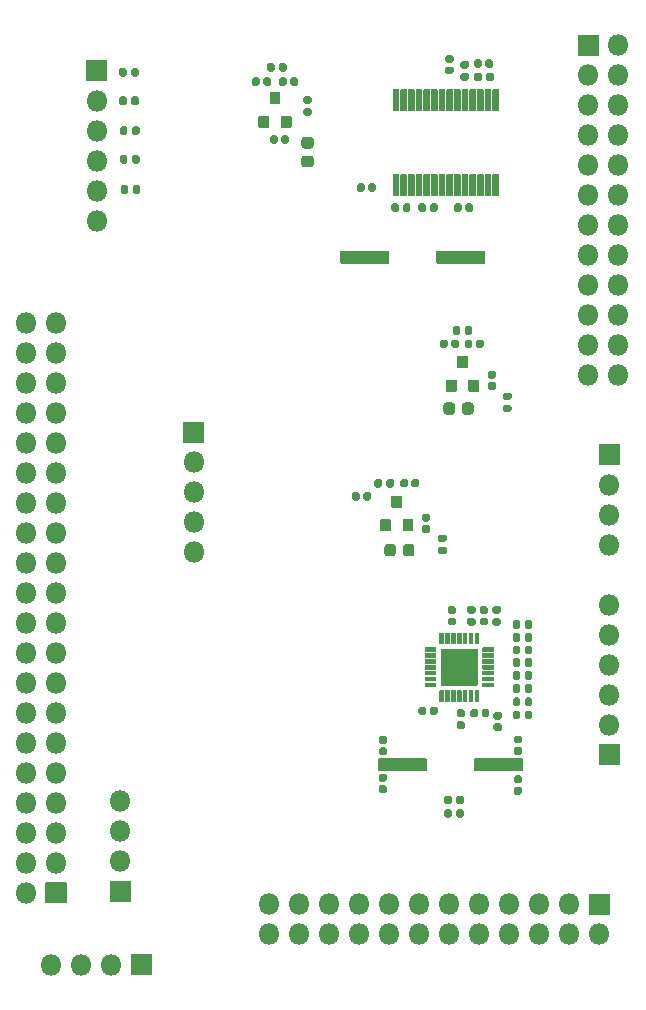
<source format=gbr>
G04 #@! TF.GenerationSoftware,KiCad,Pcbnew,(5.1.10)-1*
G04 #@! TF.CreationDate,2021-11-05T11:55:09+00:00*
G04 #@! TF.ProjectId,RasperryPi ECG Hat,52617370-6572-4727-9950-692045434720,rev?*
G04 #@! TF.SameCoordinates,Original*
G04 #@! TF.FileFunction,Soldermask,Top*
G04 #@! TF.FilePolarity,Negative*
%FSLAX46Y46*%
G04 Gerber Fmt 4.6, Leading zero omitted, Abs format (unit mm)*
G04 Created by KiCad (PCBNEW (5.1.10)-1) date 2021-11-05 11:55:09*
%MOMM*%
%LPD*%
G01*
G04 APERTURE LIST*
%ADD10O,1.800000X1.800000*%
G04 APERTURE END LIST*
G04 #@! TO.C,D3*
G36*
G01*
X78818750Y-43725000D02*
X79381250Y-43725000D01*
G75*
G02*
X79625000Y-43968750I0J-243750D01*
G01*
X79625000Y-44456250D01*
G75*
G02*
X79381250Y-44700000I-243750J0D01*
G01*
X78818750Y-44700000D01*
G75*
G02*
X78575000Y-44456250I0J243750D01*
G01*
X78575000Y-43968750D01*
G75*
G02*
X78818750Y-43725000I243750J0D01*
G01*
G37*
G36*
G01*
X78818750Y-45300000D02*
X79381250Y-45300000D01*
G75*
G02*
X79625000Y-45543750I0J-243750D01*
G01*
X79625000Y-46031250D01*
G75*
G02*
X79381250Y-46275000I-243750J0D01*
G01*
X78818750Y-46275000D01*
G75*
G02*
X78575000Y-46031250I0J243750D01*
G01*
X78575000Y-45543750D01*
G75*
G02*
X78818750Y-45300000I243750J0D01*
G01*
G37*
G04 #@! TD*
G04 #@! TO.C,ECG IN*
G36*
G01*
X105548000Y-95162000D02*
X105548000Y-96862000D01*
G75*
G02*
X105498000Y-96912000I-50000J0D01*
G01*
X103798000Y-96912000D01*
G75*
G02*
X103748000Y-96862000I0J50000D01*
G01*
X103748000Y-95162000D01*
G75*
G02*
X103798000Y-95112000I50000J0D01*
G01*
X105498000Y-95112000D01*
G75*
G02*
X105548000Y-95162000I0J-50000D01*
G01*
G37*
D10*
X104648000Y-93472000D03*
X104648000Y-90932000D03*
X104648000Y-88392000D03*
X104648000Y-85852000D03*
X104648000Y-83312000D03*
G04 #@! TD*
G04 #@! TO.C,R13*
G36*
G01*
X64166500Y-38447000D02*
X64166500Y-38027000D01*
G75*
G02*
X64326500Y-37867000I160000J0D01*
G01*
X64646500Y-37867000D01*
G75*
G02*
X64806500Y-38027000I0J-160000D01*
G01*
X64806500Y-38447000D01*
G75*
G02*
X64646500Y-38607000I-160000J0D01*
G01*
X64326500Y-38607000D01*
G75*
G02*
X64166500Y-38447000I0J160000D01*
G01*
G37*
G36*
G01*
X63146500Y-38447000D02*
X63146500Y-38027000D01*
G75*
G02*
X63306500Y-37867000I160000J0D01*
G01*
X63626500Y-37867000D01*
G75*
G02*
X63786500Y-38027000I0J-160000D01*
G01*
X63786500Y-38447000D01*
G75*
G02*
X63626500Y-38607000I-160000J0D01*
G01*
X63306500Y-38607000D01*
G75*
G02*
X63146500Y-38447000I0J160000D01*
G01*
G37*
G04 #@! TD*
G04 #@! TO.C,R9*
G36*
G01*
X92190000Y-37280000D02*
X92610000Y-37280000D01*
G75*
G02*
X92770000Y-37440000I0J-160000D01*
G01*
X92770000Y-37760000D01*
G75*
G02*
X92610000Y-37920000I-160000J0D01*
G01*
X92190000Y-37920000D01*
G75*
G02*
X92030000Y-37760000I0J160000D01*
G01*
X92030000Y-37440000D01*
G75*
G02*
X92190000Y-37280000I160000J0D01*
G01*
G37*
G36*
G01*
X92190000Y-38300000D02*
X92610000Y-38300000D01*
G75*
G02*
X92770000Y-38460000I0J-160000D01*
G01*
X92770000Y-38780000D01*
G75*
G02*
X92610000Y-38940000I-160000J0D01*
G01*
X92190000Y-38940000D01*
G75*
G02*
X92030000Y-38780000I0J160000D01*
G01*
X92030000Y-38460000D01*
G75*
G02*
X92190000Y-38300000I160000J0D01*
G01*
G37*
G04 #@! TD*
G04 #@! TO.C,D2*
G36*
G01*
X93155500Y-66425750D02*
X93155500Y-66988250D01*
G75*
G02*
X92911750Y-67232000I-243750J0D01*
G01*
X92424250Y-67232000D01*
G75*
G02*
X92180500Y-66988250I0J243750D01*
G01*
X92180500Y-66425750D01*
G75*
G02*
X92424250Y-66182000I243750J0D01*
G01*
X92911750Y-66182000D01*
G75*
G02*
X93155500Y-66425750I0J-243750D01*
G01*
G37*
G36*
G01*
X91580500Y-66425750D02*
X91580500Y-66988250D01*
G75*
G02*
X91336750Y-67232000I-243750J0D01*
G01*
X90849250Y-67232000D01*
G75*
G02*
X90605500Y-66988250I0J243750D01*
G01*
X90605500Y-66425750D01*
G75*
G02*
X90849250Y-66182000I243750J0D01*
G01*
X91336750Y-66182000D01*
G75*
G02*
X91580500Y-66425750I0J-243750D01*
G01*
G37*
G04 #@! TD*
G04 #@! TO.C,R2*
G36*
G01*
X93178000Y-84065000D02*
X92758000Y-84065000D01*
G75*
G02*
X92598000Y-83905000I0J160000D01*
G01*
X92598000Y-83585000D01*
G75*
G02*
X92758000Y-83425000I160000J0D01*
G01*
X93178000Y-83425000D01*
G75*
G02*
X93338000Y-83585000I0J-160000D01*
G01*
X93338000Y-83905000D01*
G75*
G02*
X93178000Y-84065000I-160000J0D01*
G01*
G37*
G36*
G01*
X93178000Y-85085000D02*
X92758000Y-85085000D01*
G75*
G02*
X92598000Y-84925000I0J160000D01*
G01*
X92598000Y-84605000D01*
G75*
G02*
X92758000Y-84445000I160000J0D01*
G01*
X93178000Y-84445000D01*
G75*
G02*
X93338000Y-84605000I0J-160000D01*
G01*
X93338000Y-84925000D01*
G75*
G02*
X93178000Y-85085000I-160000J0D01*
G01*
G37*
G04 #@! TD*
G04 #@! TO.C,Y1*
G36*
G01*
X93254000Y-96316000D02*
X97254000Y-96316000D01*
G75*
G02*
X97304000Y-96366000I0J-50000D01*
G01*
X97304000Y-97366000D01*
G75*
G02*
X97254000Y-97416000I-50000J0D01*
G01*
X93254000Y-97416000D01*
G75*
G02*
X93204000Y-97366000I0J50000D01*
G01*
X93204000Y-96366000D01*
G75*
G02*
X93254000Y-96316000I50000J0D01*
G01*
G37*
G36*
G01*
X85126000Y-96316000D02*
X89126000Y-96316000D01*
G75*
G02*
X89176000Y-96366000I0J-50000D01*
G01*
X89176000Y-97366000D01*
G75*
G02*
X89126000Y-97416000I-50000J0D01*
G01*
X85126000Y-97416000D01*
G75*
G02*
X85076000Y-97366000I0J50000D01*
G01*
X85076000Y-96366000D01*
G75*
G02*
X85126000Y-96316000I50000J0D01*
G01*
G37*
G04 #@! TD*
G04 #@! TO.C,C4*
G36*
G01*
X87893500Y-73221800D02*
X87893500Y-72831800D01*
G75*
G02*
X88058500Y-72666800I165000J0D01*
G01*
X88388500Y-72666800D01*
G75*
G02*
X88553500Y-72831800I0J-165000D01*
G01*
X88553500Y-73221800D01*
G75*
G02*
X88388500Y-73386800I-165000J0D01*
G01*
X88058500Y-73386800D01*
G75*
G02*
X87893500Y-73221800I0J165000D01*
G01*
G37*
G36*
G01*
X86933500Y-73221800D02*
X86933500Y-72831800D01*
G75*
G02*
X87098500Y-72666800I165000J0D01*
G01*
X87428500Y-72666800D01*
G75*
G02*
X87593500Y-72831800I0J-165000D01*
G01*
X87593500Y-73221800D01*
G75*
G02*
X87428500Y-73386800I-165000J0D01*
G01*
X87098500Y-73386800D01*
G75*
G02*
X86933500Y-73221800I0J165000D01*
G01*
G37*
G04 #@! TD*
G04 #@! TO.C,C6*
G36*
G01*
X92870000Y-92695000D02*
X92870000Y-92305000D01*
G75*
G02*
X93035000Y-92140000I165000J0D01*
G01*
X93365000Y-92140000D01*
G75*
G02*
X93530000Y-92305000I0J-165000D01*
G01*
X93530000Y-92695000D01*
G75*
G02*
X93365000Y-92860000I-165000J0D01*
G01*
X93035000Y-92860000D01*
G75*
G02*
X92870000Y-92695000I0J165000D01*
G01*
G37*
G36*
G01*
X93830000Y-92695000D02*
X93830000Y-92305000D01*
G75*
G02*
X93995000Y-92140000I165000J0D01*
G01*
X94325000Y-92140000D01*
G75*
G02*
X94490000Y-92305000I0J-165000D01*
G01*
X94490000Y-92695000D01*
G75*
G02*
X94325000Y-92860000I-165000J0D01*
G01*
X93995000Y-92860000D01*
G75*
G02*
X93830000Y-92695000I0J165000D01*
G01*
G37*
G04 #@! TD*
G04 #@! TO.C,Y2*
G36*
G01*
X81926000Y-53350000D02*
X85926000Y-53350000D01*
G75*
G02*
X85976000Y-53400000I0J-50000D01*
G01*
X85976000Y-54400000D01*
G75*
G02*
X85926000Y-54450000I-50000J0D01*
G01*
X81926000Y-54450000D01*
G75*
G02*
X81876000Y-54400000I0J50000D01*
G01*
X81876000Y-53400000D01*
G75*
G02*
X81926000Y-53350000I50000J0D01*
G01*
G37*
G36*
G01*
X90054000Y-53350000D02*
X94054000Y-53350000D01*
G75*
G02*
X94104000Y-53400000I0J-50000D01*
G01*
X94104000Y-54400000D01*
G75*
G02*
X94054000Y-54450000I-50000J0D01*
G01*
X90054000Y-54450000D01*
G75*
G02*
X90004000Y-54400000I0J50000D01*
G01*
X90004000Y-53400000D01*
G75*
G02*
X90054000Y-53350000I50000J0D01*
G01*
G37*
G04 #@! TD*
G04 #@! TO.C,SPI*
X69469000Y-78867000D03*
X69469000Y-76327000D03*
X69469000Y-73787000D03*
X69469000Y-71247000D03*
G36*
G01*
X68569000Y-69557000D02*
X68569000Y-67857000D01*
G75*
G02*
X68619000Y-67807000I50000J0D01*
G01*
X70319000Y-67807000D01*
G75*
G02*
X70369000Y-67857000I0J-50000D01*
G01*
X70369000Y-69557000D01*
G75*
G02*
X70319000Y-69607000I-50000J0D01*
G01*
X68619000Y-69607000D01*
G75*
G02*
X68569000Y-69557000I0J50000D01*
G01*
G37*
G04 #@! TD*
G04 #@! TO.C,RPI GPIO*
G36*
G01*
X102939000Y-107766000D02*
X104639000Y-107766000D01*
G75*
G02*
X104689000Y-107816000I0J-50000D01*
G01*
X104689000Y-109516000D01*
G75*
G02*
X104639000Y-109566000I-50000J0D01*
G01*
X102939000Y-109566000D01*
G75*
G02*
X102889000Y-109516000I0J50000D01*
G01*
X102889000Y-107816000D01*
G75*
G02*
X102939000Y-107766000I50000J0D01*
G01*
G37*
X103789000Y-111206000D03*
X101249000Y-108666000D03*
X101249000Y-111206000D03*
X98709000Y-108666000D03*
X98709000Y-111206000D03*
X96169000Y-108666000D03*
X96169000Y-111206000D03*
X93629000Y-108666000D03*
X93629000Y-111206000D03*
X91089000Y-108666000D03*
X91089000Y-111206000D03*
X88549000Y-108666000D03*
X88549000Y-111206000D03*
X86009000Y-108666000D03*
X86009000Y-111206000D03*
X83469000Y-108666000D03*
X83469000Y-111206000D03*
X80929000Y-108666000D03*
X80929000Y-111206000D03*
X78389000Y-108666000D03*
X78389000Y-111206000D03*
X75849000Y-108666000D03*
X75849000Y-111206000D03*
G04 #@! TD*
G04 #@! TO.C,ADS1293*
G36*
G01*
X90637000Y-90585100D02*
X90637000Y-91522900D01*
G75*
G02*
X90625900Y-91534000I-11100J0D01*
G01*
X90278100Y-91534000D01*
G75*
G02*
X90267000Y-91522900I0J11100D01*
G01*
X90267000Y-90585100D01*
G75*
G02*
X90278100Y-90574000I11100J0D01*
G01*
X90625900Y-90574000D01*
G75*
G02*
X90637000Y-90585100I0J-11100D01*
G01*
G37*
G36*
G01*
X89997000Y-88445100D02*
X89997000Y-88792900D01*
G75*
G02*
X89985900Y-88804000I-11100J0D01*
G01*
X89048100Y-88804000D01*
G75*
G02*
X89037000Y-88792900I0J11100D01*
G01*
X89037000Y-88445100D01*
G75*
G02*
X89048100Y-88434000I11100J0D01*
G01*
X89985900Y-88434000D01*
G75*
G02*
X89997000Y-88445100I0J-11100D01*
G01*
G37*
G36*
G01*
X93637000Y-90585100D02*
X93637000Y-91522900D01*
G75*
G02*
X93625900Y-91534000I-11100J0D01*
G01*
X93278100Y-91534000D01*
G75*
G02*
X93267000Y-91522900I0J11100D01*
G01*
X93267000Y-90585100D01*
G75*
G02*
X93278100Y-90574000I11100J0D01*
G01*
X93625900Y-90574000D01*
G75*
G02*
X93637000Y-90585100I0J-11100D01*
G01*
G37*
G36*
G01*
X93137000Y-85715100D02*
X93137000Y-86652900D01*
G75*
G02*
X93125900Y-86664000I-11100J0D01*
G01*
X92778100Y-86664000D01*
G75*
G02*
X92767000Y-86652900I0J11100D01*
G01*
X92767000Y-85715100D01*
G75*
G02*
X92778100Y-85704000I11100J0D01*
G01*
X93125900Y-85704000D01*
G75*
G02*
X93137000Y-85715100I0J-11100D01*
G01*
G37*
G36*
G01*
X94867000Y-86945100D02*
X94867000Y-87292900D01*
G75*
G02*
X94855900Y-87304000I-11100J0D01*
G01*
X93918100Y-87304000D01*
G75*
G02*
X93907000Y-87292900I0J11100D01*
G01*
X93907000Y-86945100D01*
G75*
G02*
X93918100Y-86934000I11100J0D01*
G01*
X94855900Y-86934000D01*
G75*
G02*
X94867000Y-86945100I0J-11100D01*
G01*
G37*
G36*
G01*
X92137000Y-90585100D02*
X92137000Y-91522900D01*
G75*
G02*
X92125900Y-91534000I-11100J0D01*
G01*
X91778100Y-91534000D01*
G75*
G02*
X91767000Y-91522900I0J11100D01*
G01*
X91767000Y-90585100D01*
G75*
G02*
X91778100Y-90574000I11100J0D01*
G01*
X92125900Y-90574000D01*
G75*
G02*
X92137000Y-90585100I0J-11100D01*
G01*
G37*
G36*
G01*
X93637000Y-85715100D02*
X93637000Y-86652900D01*
G75*
G02*
X93625900Y-86664000I-11100J0D01*
G01*
X93278100Y-86664000D01*
G75*
G02*
X93267000Y-86652900I0J11100D01*
G01*
X93267000Y-85715100D01*
G75*
G02*
X93278100Y-85704000I11100J0D01*
G01*
X93625900Y-85704000D01*
G75*
G02*
X93637000Y-85715100I0J-11100D01*
G01*
G37*
G36*
G01*
X91637000Y-85715100D02*
X91637000Y-86652900D01*
G75*
G02*
X91625900Y-86664000I-11100J0D01*
G01*
X91278100Y-86664000D01*
G75*
G02*
X91267000Y-86652900I0J11100D01*
G01*
X91267000Y-85715100D01*
G75*
G02*
X91278100Y-85704000I11100J0D01*
G01*
X91625900Y-85704000D01*
G75*
G02*
X91637000Y-85715100I0J-11100D01*
G01*
G37*
G36*
G01*
X93137000Y-90585100D02*
X93137000Y-91522900D01*
G75*
G02*
X93125900Y-91534000I-11100J0D01*
G01*
X92778100Y-91534000D01*
G75*
G02*
X92767000Y-91522900I0J11100D01*
G01*
X92767000Y-90585100D01*
G75*
G02*
X92778100Y-90574000I11100J0D01*
G01*
X93125900Y-90574000D01*
G75*
G02*
X93137000Y-90585100I0J-11100D01*
G01*
G37*
G36*
G01*
X89997000Y-87445100D02*
X89997000Y-87792900D01*
G75*
G02*
X89985900Y-87804000I-11100J0D01*
G01*
X89048100Y-87804000D01*
G75*
G02*
X89037000Y-87792900I0J11100D01*
G01*
X89037000Y-87445100D01*
G75*
G02*
X89048100Y-87434000I11100J0D01*
G01*
X89985900Y-87434000D01*
G75*
G02*
X89997000Y-87445100I0J-11100D01*
G01*
G37*
G36*
G01*
X94867000Y-88445100D02*
X94867000Y-88792900D01*
G75*
G02*
X94855900Y-88804000I-11100J0D01*
G01*
X93918100Y-88804000D01*
G75*
G02*
X93907000Y-88792900I0J11100D01*
G01*
X93907000Y-88445100D01*
G75*
G02*
X93918100Y-88434000I11100J0D01*
G01*
X94855900Y-88434000D01*
G75*
G02*
X94867000Y-88445100I0J-11100D01*
G01*
G37*
G36*
G01*
X93502000Y-87119000D02*
X93502000Y-90119000D01*
G75*
G02*
X93452000Y-90169000I-50000J0D01*
G01*
X90452000Y-90169000D01*
G75*
G02*
X90402000Y-90119000I0J50000D01*
G01*
X90402000Y-87119000D01*
G75*
G02*
X90452000Y-87069000I50000J0D01*
G01*
X93452000Y-87069000D01*
G75*
G02*
X93502000Y-87119000I0J-50000D01*
G01*
G37*
G36*
G01*
X89997000Y-89945100D02*
X89997000Y-90292900D01*
G75*
G02*
X89985900Y-90304000I-11100J0D01*
G01*
X89048100Y-90304000D01*
G75*
G02*
X89037000Y-90292900I0J11100D01*
G01*
X89037000Y-89945100D01*
G75*
G02*
X89048100Y-89934000I11100J0D01*
G01*
X89985900Y-89934000D01*
G75*
G02*
X89997000Y-89945100I0J-11100D01*
G01*
G37*
G36*
G01*
X89997000Y-86945100D02*
X89997000Y-87292900D01*
G75*
G02*
X89985900Y-87304000I-11100J0D01*
G01*
X89048100Y-87304000D01*
G75*
G02*
X89037000Y-87292900I0J11100D01*
G01*
X89037000Y-86945100D01*
G75*
G02*
X89048100Y-86934000I11100J0D01*
G01*
X89985900Y-86934000D01*
G75*
G02*
X89997000Y-86945100I0J-11100D01*
G01*
G37*
G36*
G01*
X92637000Y-90585100D02*
X92637000Y-91522900D01*
G75*
G02*
X92625900Y-91534000I-11100J0D01*
G01*
X92278100Y-91534000D01*
G75*
G02*
X92267000Y-91522900I0J11100D01*
G01*
X92267000Y-90585100D01*
G75*
G02*
X92278100Y-90574000I11100J0D01*
G01*
X92625900Y-90574000D01*
G75*
G02*
X92637000Y-90585100I0J-11100D01*
G01*
G37*
G36*
G01*
X94867000Y-89945100D02*
X94867000Y-90292900D01*
G75*
G02*
X94855900Y-90304000I-11100J0D01*
G01*
X93918100Y-90304000D01*
G75*
G02*
X93907000Y-90292900I0J11100D01*
G01*
X93907000Y-89945100D01*
G75*
G02*
X93918100Y-89934000I11100J0D01*
G01*
X94855900Y-89934000D01*
G75*
G02*
X94867000Y-89945100I0J-11100D01*
G01*
G37*
G36*
G01*
X94867000Y-87445100D02*
X94867000Y-87792900D01*
G75*
G02*
X94855900Y-87804000I-11100J0D01*
G01*
X93918100Y-87804000D01*
G75*
G02*
X93907000Y-87792900I0J11100D01*
G01*
X93907000Y-87445100D01*
G75*
G02*
X93918100Y-87434000I11100J0D01*
G01*
X94855900Y-87434000D01*
G75*
G02*
X94867000Y-87445100I0J-11100D01*
G01*
G37*
G36*
G01*
X91137000Y-90585100D02*
X91137000Y-91522900D01*
G75*
G02*
X91125900Y-91534000I-11100J0D01*
G01*
X90778100Y-91534000D01*
G75*
G02*
X90767000Y-91522900I0J11100D01*
G01*
X90767000Y-90585100D01*
G75*
G02*
X90778100Y-90574000I11100J0D01*
G01*
X91125900Y-90574000D01*
G75*
G02*
X91137000Y-90585100I0J-11100D01*
G01*
G37*
G36*
G01*
X91137000Y-85715100D02*
X91137000Y-86652900D01*
G75*
G02*
X91125900Y-86664000I-11100J0D01*
G01*
X90778100Y-86664000D01*
G75*
G02*
X90767000Y-86652900I0J11100D01*
G01*
X90767000Y-85715100D01*
G75*
G02*
X90778100Y-85704000I11100J0D01*
G01*
X91125900Y-85704000D01*
G75*
G02*
X91137000Y-85715100I0J-11100D01*
G01*
G37*
G36*
G01*
X89997000Y-88945100D02*
X89997000Y-89292900D01*
G75*
G02*
X89985900Y-89304000I-11100J0D01*
G01*
X89048100Y-89304000D01*
G75*
G02*
X89037000Y-89292900I0J11100D01*
G01*
X89037000Y-88945100D01*
G75*
G02*
X89048100Y-88934000I11100J0D01*
G01*
X89985900Y-88934000D01*
G75*
G02*
X89997000Y-88945100I0J-11100D01*
G01*
G37*
G36*
G01*
X90637000Y-85715100D02*
X90637000Y-86652900D01*
G75*
G02*
X90625900Y-86664000I-11100J0D01*
G01*
X90278100Y-86664000D01*
G75*
G02*
X90267000Y-86652900I0J11100D01*
G01*
X90267000Y-85715100D01*
G75*
G02*
X90278100Y-85704000I11100J0D01*
G01*
X90625900Y-85704000D01*
G75*
G02*
X90637000Y-85715100I0J-11100D01*
G01*
G37*
G36*
G01*
X89997000Y-89445100D02*
X89997000Y-89792900D01*
G75*
G02*
X89985900Y-89804000I-11100J0D01*
G01*
X89048100Y-89804000D01*
G75*
G02*
X89037000Y-89792900I0J11100D01*
G01*
X89037000Y-89445100D01*
G75*
G02*
X89048100Y-89434000I11100J0D01*
G01*
X89985900Y-89434000D01*
G75*
G02*
X89997000Y-89445100I0J-11100D01*
G01*
G37*
G36*
G01*
X94867000Y-87945100D02*
X94867000Y-88292900D01*
G75*
G02*
X94855900Y-88304000I-11100J0D01*
G01*
X93918100Y-88304000D01*
G75*
G02*
X93907000Y-88292900I0J11100D01*
G01*
X93907000Y-87945100D01*
G75*
G02*
X93918100Y-87934000I11100J0D01*
G01*
X94855900Y-87934000D01*
G75*
G02*
X94867000Y-87945100I0J-11100D01*
G01*
G37*
G36*
G01*
X89997000Y-87945100D02*
X89997000Y-88292900D01*
G75*
G02*
X89985900Y-88304000I-11100J0D01*
G01*
X89048100Y-88304000D01*
G75*
G02*
X89037000Y-88292900I0J11100D01*
G01*
X89037000Y-87945100D01*
G75*
G02*
X89048100Y-87934000I11100J0D01*
G01*
X89985900Y-87934000D01*
G75*
G02*
X89997000Y-87945100I0J-11100D01*
G01*
G37*
G36*
G01*
X91637000Y-90585100D02*
X91637000Y-91522900D01*
G75*
G02*
X91625900Y-91534000I-11100J0D01*
G01*
X91278100Y-91534000D01*
G75*
G02*
X91267000Y-91522900I0J11100D01*
G01*
X91267000Y-90585100D01*
G75*
G02*
X91278100Y-90574000I11100J0D01*
G01*
X91625900Y-90574000D01*
G75*
G02*
X91637000Y-90585100I0J-11100D01*
G01*
G37*
G36*
G01*
X92637000Y-85715100D02*
X92637000Y-86652900D01*
G75*
G02*
X92625900Y-86664000I-11100J0D01*
G01*
X92278100Y-86664000D01*
G75*
G02*
X92267000Y-86652900I0J11100D01*
G01*
X92267000Y-85715100D01*
G75*
G02*
X92278100Y-85704000I11100J0D01*
G01*
X92625900Y-85704000D01*
G75*
G02*
X92637000Y-85715100I0J-11100D01*
G01*
G37*
G36*
G01*
X92137000Y-85715100D02*
X92137000Y-86652900D01*
G75*
G02*
X92125900Y-86664000I-11100J0D01*
G01*
X91778100Y-86664000D01*
G75*
G02*
X91767000Y-86652900I0J11100D01*
G01*
X91767000Y-85715100D01*
G75*
G02*
X91778100Y-85704000I11100J0D01*
G01*
X92125900Y-85704000D01*
G75*
G02*
X92137000Y-85715100I0J-11100D01*
G01*
G37*
G36*
G01*
X94867000Y-88945100D02*
X94867000Y-89292900D01*
G75*
G02*
X94855900Y-89304000I-11100J0D01*
G01*
X93918100Y-89304000D01*
G75*
G02*
X93907000Y-89292900I0J11100D01*
G01*
X93907000Y-88945100D01*
G75*
G02*
X93918100Y-88934000I11100J0D01*
G01*
X94855900Y-88934000D01*
G75*
G02*
X94867000Y-88945100I0J-11100D01*
G01*
G37*
G36*
G01*
X94867000Y-89445100D02*
X94867000Y-89792900D01*
G75*
G02*
X94855900Y-89804000I-11100J0D01*
G01*
X93918100Y-89804000D01*
G75*
G02*
X93907000Y-89792900I0J11100D01*
G01*
X93907000Y-89445100D01*
G75*
G02*
X93918100Y-89434000I11100J0D01*
G01*
X94855900Y-89434000D01*
G75*
G02*
X94867000Y-89445100I0J-11100D01*
G01*
G37*
G04 #@! TD*
G04 #@! TO.C,ECG CTRL*
X104648000Y-78232000D03*
X104648000Y-75692000D03*
X104648000Y-73152000D03*
G36*
G01*
X103748000Y-71462000D02*
X103748000Y-69762000D01*
G75*
G02*
X103798000Y-69712000I50000J0D01*
G01*
X105498000Y-69712000D01*
G75*
G02*
X105548000Y-69762000I0J-50000D01*
G01*
X105548000Y-71462000D01*
G75*
G02*
X105498000Y-71512000I-50000J0D01*
G01*
X103798000Y-71512000D01*
G75*
G02*
X103748000Y-71462000I0J50000D01*
G01*
G37*
G04 #@! TD*
G04 #@! TO.C,C2*
G36*
G01*
X84470500Y-73938300D02*
X84470500Y-74328300D01*
G75*
G02*
X84305500Y-74493300I-165000J0D01*
G01*
X83975500Y-74493300D01*
G75*
G02*
X83810500Y-74328300I0J165000D01*
G01*
X83810500Y-73938300D01*
G75*
G02*
X83975500Y-73773300I165000J0D01*
G01*
X84305500Y-73773300D01*
G75*
G02*
X84470500Y-73938300I0J-165000D01*
G01*
G37*
G36*
G01*
X83510500Y-73938300D02*
X83510500Y-74328300D01*
G75*
G02*
X83345500Y-74493300I-165000J0D01*
G01*
X83015500Y-74493300D01*
G75*
G02*
X82850500Y-74328300I0J165000D01*
G01*
X82850500Y-73938300D01*
G75*
G02*
X83015500Y-73773300I165000J0D01*
G01*
X83345500Y-73773300D01*
G75*
G02*
X83510500Y-73938300I0J-165000D01*
G01*
G37*
G04 #@! TD*
G04 #@! TO.C,C5*
G36*
G01*
X89316500Y-76269300D02*
X88926500Y-76269300D01*
G75*
G02*
X88761500Y-76104300I0J165000D01*
G01*
X88761500Y-75774300D01*
G75*
G02*
X88926500Y-75609300I165000J0D01*
G01*
X89316500Y-75609300D01*
G75*
G02*
X89481500Y-75774300I0J-165000D01*
G01*
X89481500Y-76104300D01*
G75*
G02*
X89316500Y-76269300I-165000J0D01*
G01*
G37*
G36*
G01*
X89316500Y-77229300D02*
X88926500Y-77229300D01*
G75*
G02*
X88761500Y-77064300I0J165000D01*
G01*
X88761500Y-76734300D01*
G75*
G02*
X88926500Y-76569300I165000J0D01*
G01*
X89316500Y-76569300D01*
G75*
G02*
X89481500Y-76734300I0J-165000D01*
G01*
X89481500Y-77064300D01*
G75*
G02*
X89316500Y-77229300I-165000J0D01*
G01*
G37*
G04 #@! TD*
G04 #@! TO.C,C17*
G36*
G01*
X93353500Y-61425000D02*
X93353500Y-61035000D01*
G75*
G02*
X93518500Y-60870000I165000J0D01*
G01*
X93848500Y-60870000D01*
G75*
G02*
X94013500Y-61035000I0J-165000D01*
G01*
X94013500Y-61425000D01*
G75*
G02*
X93848500Y-61590000I-165000J0D01*
G01*
X93518500Y-61590000D01*
G75*
G02*
X93353500Y-61425000I0J165000D01*
G01*
G37*
G36*
G01*
X92393500Y-61425000D02*
X92393500Y-61035000D01*
G75*
G02*
X92558500Y-60870000I165000J0D01*
G01*
X92888500Y-60870000D01*
G75*
G02*
X93053500Y-61035000I0J-165000D01*
G01*
X93053500Y-61425000D01*
G75*
G02*
X92888500Y-61590000I-165000J0D01*
G01*
X92558500Y-61590000D01*
G75*
G02*
X92393500Y-61425000I0J165000D01*
G01*
G37*
G04 #@! TD*
G04 #@! TO.C,C18*
G36*
G01*
X77634500Y-39223500D02*
X77634500Y-38833500D01*
G75*
G02*
X77799500Y-38668500I165000J0D01*
G01*
X78129500Y-38668500D01*
G75*
G02*
X78294500Y-38833500I0J-165000D01*
G01*
X78294500Y-39223500D01*
G75*
G02*
X78129500Y-39388500I-165000J0D01*
G01*
X77799500Y-39388500D01*
G75*
G02*
X77634500Y-39223500I0J165000D01*
G01*
G37*
G36*
G01*
X76674500Y-39223500D02*
X76674500Y-38833500D01*
G75*
G02*
X76839500Y-38668500I165000J0D01*
G01*
X77169500Y-38668500D01*
G75*
G02*
X77334500Y-38833500I0J-165000D01*
G01*
X77334500Y-39223500D01*
G75*
G02*
X77169500Y-39388500I-165000J0D01*
G01*
X76839500Y-39388500D01*
G75*
G02*
X76674500Y-39223500I0J165000D01*
G01*
G37*
G04 #@! TD*
G04 #@! TO.C,C19*
G36*
G01*
X91918000Y-61035000D02*
X91918000Y-61425000D01*
G75*
G02*
X91753000Y-61590000I-165000J0D01*
G01*
X91423000Y-61590000D01*
G75*
G02*
X91258000Y-61425000I0J165000D01*
G01*
X91258000Y-61035000D01*
G75*
G02*
X91423000Y-60870000I165000J0D01*
G01*
X91753000Y-60870000D01*
G75*
G02*
X91918000Y-61035000I0J-165000D01*
G01*
G37*
G36*
G01*
X90958000Y-61035000D02*
X90958000Y-61425000D01*
G75*
G02*
X90793000Y-61590000I-165000J0D01*
G01*
X90463000Y-61590000D01*
G75*
G02*
X90298000Y-61425000I0J165000D01*
G01*
X90298000Y-61035000D01*
G75*
G02*
X90463000Y-60870000I165000J0D01*
G01*
X90793000Y-60870000D01*
G75*
G02*
X90958000Y-61035000I0J-165000D01*
G01*
G37*
G04 #@! TD*
G04 #@! TO.C,C20*
G36*
G01*
X75048500Y-38833500D02*
X75048500Y-39223500D01*
G75*
G02*
X74883500Y-39388500I-165000J0D01*
G01*
X74553500Y-39388500D01*
G75*
G02*
X74388500Y-39223500I0J165000D01*
G01*
X74388500Y-38833500D01*
G75*
G02*
X74553500Y-38668500I165000J0D01*
G01*
X74883500Y-38668500D01*
G75*
G02*
X75048500Y-38833500I0J-165000D01*
G01*
G37*
G36*
G01*
X76008500Y-38833500D02*
X76008500Y-39223500D01*
G75*
G02*
X75843500Y-39388500I-165000J0D01*
G01*
X75513500Y-39388500D01*
G75*
G02*
X75348500Y-39223500I0J165000D01*
G01*
X75348500Y-38833500D01*
G75*
G02*
X75513500Y-38668500I165000J0D01*
G01*
X75843500Y-38668500D01*
G75*
G02*
X76008500Y-38833500I0J-165000D01*
G01*
G37*
G04 #@! TD*
G04 #@! TO.C,C21*
G36*
G01*
X94895000Y-64170000D02*
X94505000Y-64170000D01*
G75*
G02*
X94340000Y-64005000I0J165000D01*
G01*
X94340000Y-63675000D01*
G75*
G02*
X94505000Y-63510000I165000J0D01*
G01*
X94895000Y-63510000D01*
G75*
G02*
X95060000Y-63675000I0J-165000D01*
G01*
X95060000Y-64005000D01*
G75*
G02*
X94895000Y-64170000I-165000J0D01*
G01*
G37*
G36*
G01*
X94895000Y-65130000D02*
X94505000Y-65130000D01*
G75*
G02*
X94340000Y-64965000I0J165000D01*
G01*
X94340000Y-64635000D01*
G75*
G02*
X94505000Y-64470000I165000J0D01*
G01*
X94895000Y-64470000D01*
G75*
G02*
X95060000Y-64635000I0J-165000D01*
G01*
X95060000Y-64965000D01*
G75*
G02*
X94895000Y-65130000I-165000J0D01*
G01*
G37*
G04 #@! TD*
G04 #@! TO.C,C22*
G36*
G01*
X77532500Y-43723000D02*
X77532500Y-44113000D01*
G75*
G02*
X77367500Y-44278000I-165000J0D01*
G01*
X77037500Y-44278000D01*
G75*
G02*
X76872500Y-44113000I0J165000D01*
G01*
X76872500Y-43723000D01*
G75*
G02*
X77037500Y-43558000I165000J0D01*
G01*
X77367500Y-43558000D01*
G75*
G02*
X77532500Y-43723000I0J-165000D01*
G01*
G37*
G36*
G01*
X76572500Y-43723000D02*
X76572500Y-44113000D01*
G75*
G02*
X76407500Y-44278000I-165000J0D01*
G01*
X76077500Y-44278000D01*
G75*
G02*
X75912500Y-44113000I0J165000D01*
G01*
X75912500Y-43723000D01*
G75*
G02*
X76077500Y-43558000I165000J0D01*
G01*
X76407500Y-43558000D01*
G75*
G02*
X76572500Y-43723000I0J-165000D01*
G01*
G37*
G04 #@! TD*
G04 #@! TO.C,I2C*
G36*
G01*
X64174000Y-112892000D02*
X65874000Y-112892000D01*
G75*
G02*
X65924000Y-112942000I0J-50000D01*
G01*
X65924000Y-114642000D01*
G75*
G02*
X65874000Y-114692000I-50000J0D01*
G01*
X64174000Y-114692000D01*
G75*
G02*
X64124000Y-114642000I0J50000D01*
G01*
X64124000Y-112942000D01*
G75*
G02*
X64174000Y-112892000I50000J0D01*
G01*
G37*
X62484000Y-113792000D03*
X59944000Y-113792000D03*
X57404000Y-113792000D03*
G04 #@! TD*
G04 #@! TO.C,UART*
X63246000Y-99949000D03*
X63246000Y-102489000D03*
X63246000Y-105029000D03*
G36*
G01*
X64146000Y-106719000D02*
X64146000Y-108419000D01*
G75*
G02*
X64096000Y-108469000I-50000J0D01*
G01*
X62396000Y-108469000D01*
G75*
G02*
X62346000Y-108419000I0J50000D01*
G01*
X62346000Y-106719000D01*
G75*
G02*
X62396000Y-106669000I50000J0D01*
G01*
X64096000Y-106669000D01*
G75*
G02*
X64146000Y-106719000I0J-50000D01*
G01*
G37*
G04 #@! TD*
G04 #@! TO.C,ADC CTRL*
X61246000Y-50810000D03*
X61246000Y-48270000D03*
X61246000Y-45730000D03*
X61246000Y-43190000D03*
X61246000Y-40650000D03*
G36*
G01*
X60346000Y-38960000D02*
X60346000Y-37260000D01*
G75*
G02*
X60396000Y-37210000I50000J0D01*
G01*
X62096000Y-37210000D01*
G75*
G02*
X62146000Y-37260000I0J-50000D01*
G01*
X62146000Y-38960000D01*
G75*
G02*
X62096000Y-39010000I-50000J0D01*
G01*
X60396000Y-39010000D01*
G75*
G02*
X60346000Y-38960000I0J50000D01*
G01*
G37*
G04 #@! TD*
G04 #@! TO.C,ADC IN*
X105410000Y-63881000D03*
X102870000Y-63881000D03*
X105410000Y-61341000D03*
X102870000Y-61341000D03*
X105410000Y-58801000D03*
X102870000Y-58801000D03*
X105410000Y-56261000D03*
X102870000Y-56261000D03*
X105410000Y-53721000D03*
X102870000Y-53721000D03*
X105410000Y-51181000D03*
X102870000Y-51181000D03*
X105410000Y-48641000D03*
X102870000Y-48641000D03*
X105410000Y-46101000D03*
X102870000Y-46101000D03*
X105410000Y-43561000D03*
X102870000Y-43561000D03*
X105410000Y-41021000D03*
X102870000Y-41021000D03*
X105410000Y-38481000D03*
X102870000Y-38481000D03*
X105410000Y-35941000D03*
G36*
G01*
X101970000Y-36791000D02*
X101970000Y-35091000D01*
G75*
G02*
X102020000Y-35041000I50000J0D01*
G01*
X103720000Y-35041000D01*
G75*
G02*
X103770000Y-35091000I0J-50000D01*
G01*
X103770000Y-36791000D01*
G75*
G02*
X103720000Y-36841000I-50000J0D01*
G01*
X102020000Y-36841000D01*
G75*
G02*
X101970000Y-36791000I0J50000D01*
G01*
G37*
G04 #@! TD*
G04 #@! TO.C,RPI*
G36*
G01*
X58700000Y-106850000D02*
X58700000Y-108550000D01*
G75*
G02*
X58650000Y-108600000I-50000J0D01*
G01*
X56950000Y-108600000D01*
G75*
G02*
X56900000Y-108550000I0J50000D01*
G01*
X56900000Y-106850000D01*
G75*
G02*
X56950000Y-106800000I50000J0D01*
G01*
X58650000Y-106800000D01*
G75*
G02*
X58700000Y-106850000I0J-50000D01*
G01*
G37*
X55260000Y-107700000D03*
X57800000Y-105160000D03*
X55260000Y-105160000D03*
X57800000Y-102620000D03*
X55260000Y-102620000D03*
X57800000Y-100080000D03*
X55260000Y-100080000D03*
X57800000Y-97540000D03*
X55260000Y-97540000D03*
X57800000Y-95000000D03*
X55260000Y-95000000D03*
X57800000Y-92460000D03*
X55260000Y-92460000D03*
X57800000Y-89920000D03*
X55260000Y-89920000D03*
X57800000Y-87380000D03*
X55260000Y-87380000D03*
X57800000Y-84840000D03*
X55260000Y-84840000D03*
X57800000Y-82300000D03*
X55260000Y-82300000D03*
X57800000Y-79760000D03*
X55260000Y-79760000D03*
X57800000Y-77220000D03*
X55260000Y-77220000D03*
X57800000Y-74680000D03*
X55260000Y-74680000D03*
X57800000Y-72140000D03*
X55260000Y-72140000D03*
X57800000Y-69600000D03*
X55260000Y-69600000D03*
X57800000Y-67060000D03*
X55260000Y-67060000D03*
X57800000Y-64520000D03*
X55260000Y-64520000D03*
X57800000Y-61980000D03*
X55260000Y-61980000D03*
X57800000Y-59440000D03*
X55260000Y-59440000D03*
G04 #@! TD*
G04 #@! TO.C,JP1*
G36*
G01*
X91317500Y-99640500D02*
X91317500Y-100060500D01*
G75*
G02*
X91157500Y-100220500I-160000J0D01*
G01*
X90837500Y-100220500D01*
G75*
G02*
X90677500Y-100060500I0J160000D01*
G01*
X90677500Y-99640500D01*
G75*
G02*
X90837500Y-99480500I160000J0D01*
G01*
X91157500Y-99480500D01*
G75*
G02*
X91317500Y-99640500I0J-160000D01*
G01*
G37*
G36*
G01*
X92337500Y-99640500D02*
X92337500Y-100060500D01*
G75*
G02*
X92177500Y-100220500I-160000J0D01*
G01*
X91857500Y-100220500D01*
G75*
G02*
X91697500Y-100060500I0J160000D01*
G01*
X91697500Y-99640500D01*
G75*
G02*
X91857500Y-99480500I160000J0D01*
G01*
X92177500Y-99480500D01*
G75*
G02*
X92337500Y-99640500I0J-160000D01*
G01*
G37*
G04 #@! TD*
G04 #@! TO.C,JP2*
G36*
G01*
X97485500Y-89518000D02*
X97485500Y-89098000D01*
G75*
G02*
X97645500Y-88938000I160000J0D01*
G01*
X97965500Y-88938000D01*
G75*
G02*
X98125500Y-89098000I0J-160000D01*
G01*
X98125500Y-89518000D01*
G75*
G02*
X97965500Y-89678000I-160000J0D01*
G01*
X97645500Y-89678000D01*
G75*
G02*
X97485500Y-89518000I0J160000D01*
G01*
G37*
G36*
G01*
X96465500Y-89518000D02*
X96465500Y-89098000D01*
G75*
G02*
X96625500Y-88938000I160000J0D01*
G01*
X96945500Y-88938000D01*
G75*
G02*
X97105500Y-89098000I0J-160000D01*
G01*
X97105500Y-89518000D01*
G75*
G02*
X96945500Y-89678000I-160000J0D01*
G01*
X96625500Y-89678000D01*
G75*
G02*
X96465500Y-89518000I0J160000D01*
G01*
G37*
G04 #@! TD*
G04 #@! TO.C,JP3*
G36*
G01*
X98125500Y-90214000D02*
X98125500Y-90634000D01*
G75*
G02*
X97965500Y-90794000I-160000J0D01*
G01*
X97645500Y-90794000D01*
G75*
G02*
X97485500Y-90634000I0J160000D01*
G01*
X97485500Y-90214000D01*
G75*
G02*
X97645500Y-90054000I160000J0D01*
G01*
X97965500Y-90054000D01*
G75*
G02*
X98125500Y-90214000I0J-160000D01*
G01*
G37*
G36*
G01*
X97105500Y-90214000D02*
X97105500Y-90634000D01*
G75*
G02*
X96945500Y-90794000I-160000J0D01*
G01*
X96625500Y-90794000D01*
G75*
G02*
X96465500Y-90634000I0J160000D01*
G01*
X96465500Y-90214000D01*
G75*
G02*
X96625500Y-90054000I160000J0D01*
G01*
X96945500Y-90054000D01*
G75*
G02*
X97105500Y-90214000I0J-160000D01*
G01*
G37*
G04 #@! TD*
G04 #@! TO.C,JP4*
G36*
G01*
X96467500Y-85210000D02*
X96467500Y-84790000D01*
G75*
G02*
X96627500Y-84630000I160000J0D01*
G01*
X96947500Y-84630000D01*
G75*
G02*
X97107500Y-84790000I0J-160000D01*
G01*
X97107500Y-85210000D01*
G75*
G02*
X96947500Y-85370000I-160000J0D01*
G01*
X96627500Y-85370000D01*
G75*
G02*
X96467500Y-85210000I0J160000D01*
G01*
G37*
G36*
G01*
X97487500Y-85210000D02*
X97487500Y-84790000D01*
G75*
G02*
X97647500Y-84630000I160000J0D01*
G01*
X97967500Y-84630000D01*
G75*
G02*
X98127500Y-84790000I0J-160000D01*
G01*
X98127500Y-85210000D01*
G75*
G02*
X97967500Y-85370000I-160000J0D01*
G01*
X97647500Y-85370000D01*
G75*
G02*
X97487500Y-85210000I0J160000D01*
G01*
G37*
G04 #@! TD*
G04 #@! TO.C,JP5*
G36*
G01*
X90679500Y-101203500D02*
X90679500Y-100783500D01*
G75*
G02*
X90839500Y-100623500I160000J0D01*
G01*
X91159500Y-100623500D01*
G75*
G02*
X91319500Y-100783500I0J-160000D01*
G01*
X91319500Y-101203500D01*
G75*
G02*
X91159500Y-101363500I-160000J0D01*
G01*
X90839500Y-101363500D01*
G75*
G02*
X90679500Y-101203500I0J160000D01*
G01*
G37*
G36*
G01*
X91699500Y-101203500D02*
X91699500Y-100783500D01*
G75*
G02*
X91859500Y-100623500I160000J0D01*
G01*
X92179500Y-100623500D01*
G75*
G02*
X92339500Y-100783500I0J-160000D01*
G01*
X92339500Y-101203500D01*
G75*
G02*
X92179500Y-101363500I-160000J0D01*
G01*
X91859500Y-101363500D01*
G75*
G02*
X91699500Y-101203500I0J160000D01*
G01*
G37*
G04 #@! TD*
G04 #@! TO.C,JP6*
G36*
G01*
X97105500Y-85877000D02*
X97105500Y-86297000D01*
G75*
G02*
X96945500Y-86457000I-160000J0D01*
G01*
X96625500Y-86457000D01*
G75*
G02*
X96465500Y-86297000I0J160000D01*
G01*
X96465500Y-85877000D01*
G75*
G02*
X96625500Y-85717000I160000J0D01*
G01*
X96945500Y-85717000D01*
G75*
G02*
X97105500Y-85877000I0J-160000D01*
G01*
G37*
G36*
G01*
X98125500Y-85877000D02*
X98125500Y-86297000D01*
G75*
G02*
X97965500Y-86457000I-160000J0D01*
G01*
X97645500Y-86457000D01*
G75*
G02*
X97485500Y-86297000I0J160000D01*
G01*
X97485500Y-85877000D01*
G75*
G02*
X97645500Y-85717000I160000J0D01*
G01*
X97965500Y-85717000D01*
G75*
G02*
X98125500Y-85877000I0J-160000D01*
G01*
G37*
G04 #@! TD*
G04 #@! TO.C,L1*
G36*
G01*
X85774500Y-73236800D02*
X85774500Y-72816800D01*
G75*
G02*
X85934500Y-72656800I160000J0D01*
G01*
X86254500Y-72656800D01*
G75*
G02*
X86414500Y-72816800I0J-160000D01*
G01*
X86414500Y-73236800D01*
G75*
G02*
X86254500Y-73396800I-160000J0D01*
G01*
X85934500Y-73396800D01*
G75*
G02*
X85774500Y-73236800I0J160000D01*
G01*
G37*
G36*
G01*
X84754500Y-73236800D02*
X84754500Y-72816800D01*
G75*
G02*
X84914500Y-72656800I160000J0D01*
G01*
X85234500Y-72656800D01*
G75*
G02*
X85394500Y-72816800I0J-160000D01*
G01*
X85394500Y-73236800D01*
G75*
G02*
X85234500Y-73396800I-160000J0D01*
G01*
X84914500Y-73396800D01*
G75*
G02*
X84754500Y-73236800I0J160000D01*
G01*
G37*
G04 #@! TD*
G04 #@! TO.C,L2*
G36*
G01*
X91370000Y-60310000D02*
X91370000Y-59890000D01*
G75*
G02*
X91530000Y-59730000I160000J0D01*
G01*
X91850000Y-59730000D01*
G75*
G02*
X92010000Y-59890000I0J-160000D01*
G01*
X92010000Y-60310000D01*
G75*
G02*
X91850000Y-60470000I-160000J0D01*
G01*
X91530000Y-60470000D01*
G75*
G02*
X91370000Y-60310000I0J160000D01*
G01*
G37*
G36*
G01*
X92390000Y-60310000D02*
X92390000Y-59890000D01*
G75*
G02*
X92550000Y-59730000I160000J0D01*
G01*
X92870000Y-59730000D01*
G75*
G02*
X93030000Y-59890000I0J-160000D01*
G01*
X93030000Y-60310000D01*
G75*
G02*
X92870000Y-60470000I-160000J0D01*
G01*
X92550000Y-60470000D01*
G75*
G02*
X92390000Y-60310000I0J160000D01*
G01*
G37*
G04 #@! TD*
G04 #@! TO.C,L3*
G36*
G01*
X76680000Y-38010000D02*
X76680000Y-37590000D01*
G75*
G02*
X76840000Y-37430000I160000J0D01*
G01*
X77160000Y-37430000D01*
G75*
G02*
X77320000Y-37590000I0J-160000D01*
G01*
X77320000Y-38010000D01*
G75*
G02*
X77160000Y-38170000I-160000J0D01*
G01*
X76840000Y-38170000D01*
G75*
G02*
X76680000Y-38010000I0J160000D01*
G01*
G37*
G36*
G01*
X75660000Y-38010000D02*
X75660000Y-37590000D01*
G75*
G02*
X75820000Y-37430000I160000J0D01*
G01*
X76140000Y-37430000D01*
G75*
G02*
X76300000Y-37590000I0J-160000D01*
G01*
X76300000Y-38010000D01*
G75*
G02*
X76140000Y-38170000I-160000J0D01*
G01*
X75820000Y-38170000D01*
G75*
G02*
X75660000Y-38010000I0J160000D01*
G01*
G37*
G04 #@! TD*
G04 #@! TO.C,R1*
G36*
G01*
X92289000Y-92820000D02*
X91869000Y-92820000D01*
G75*
G02*
X91709000Y-92660000I0J160000D01*
G01*
X91709000Y-92340000D01*
G75*
G02*
X91869000Y-92180000I160000J0D01*
G01*
X92289000Y-92180000D01*
G75*
G02*
X92449000Y-92340000I0J-160000D01*
G01*
X92449000Y-92660000D01*
G75*
G02*
X92289000Y-92820000I-160000J0D01*
G01*
G37*
G36*
G01*
X92289000Y-93840000D02*
X91869000Y-93840000D01*
G75*
G02*
X91709000Y-93680000I0J160000D01*
G01*
X91709000Y-93360000D01*
G75*
G02*
X91869000Y-93200000I160000J0D01*
G01*
X92289000Y-93200000D01*
G75*
G02*
X92449000Y-93360000I0J-160000D01*
G01*
X92449000Y-93680000D01*
G75*
G02*
X92289000Y-93840000I-160000J0D01*
G01*
G37*
G04 #@! TD*
G04 #@! TO.C,R3*
G36*
G01*
X95310000Y-84065000D02*
X94890000Y-84065000D01*
G75*
G02*
X94730000Y-83905000I0J160000D01*
G01*
X94730000Y-83585000D01*
G75*
G02*
X94890000Y-83425000I160000J0D01*
G01*
X95310000Y-83425000D01*
G75*
G02*
X95470000Y-83585000I0J-160000D01*
G01*
X95470000Y-83905000D01*
G75*
G02*
X95310000Y-84065000I-160000J0D01*
G01*
G37*
G36*
G01*
X95310000Y-85085000D02*
X94890000Y-85085000D01*
G75*
G02*
X94730000Y-84925000I0J160000D01*
G01*
X94730000Y-84605000D01*
G75*
G02*
X94890000Y-84445000I160000J0D01*
G01*
X95310000Y-84445000D01*
G75*
G02*
X95470000Y-84605000I0J-160000D01*
G01*
X95470000Y-84925000D01*
G75*
G02*
X95310000Y-85085000I-160000J0D01*
G01*
G37*
G04 #@! TD*
G04 #@! TO.C,R4*
G36*
G01*
X98125500Y-92446000D02*
X98125500Y-92866000D01*
G75*
G02*
X97965500Y-93026000I-160000J0D01*
G01*
X97645500Y-93026000D01*
G75*
G02*
X97485500Y-92866000I0J160000D01*
G01*
X97485500Y-92446000D01*
G75*
G02*
X97645500Y-92286000I160000J0D01*
G01*
X97965500Y-92286000D01*
G75*
G02*
X98125500Y-92446000I0J-160000D01*
G01*
G37*
G36*
G01*
X97105500Y-92446000D02*
X97105500Y-92866000D01*
G75*
G02*
X96945500Y-93026000I-160000J0D01*
G01*
X96625500Y-93026000D01*
G75*
G02*
X96465500Y-92866000I0J160000D01*
G01*
X96465500Y-92446000D01*
G75*
G02*
X96625500Y-92286000I160000J0D01*
G01*
X96945500Y-92286000D01*
G75*
G02*
X97105500Y-92446000I0J-160000D01*
G01*
G37*
G04 #@! TD*
G04 #@! TO.C,R5*
G36*
G01*
X97105500Y-91330000D02*
X97105500Y-91750000D01*
G75*
G02*
X96945500Y-91910000I-160000J0D01*
G01*
X96625500Y-91910000D01*
G75*
G02*
X96465500Y-91750000I0J160000D01*
G01*
X96465500Y-91330000D01*
G75*
G02*
X96625500Y-91170000I160000J0D01*
G01*
X96945500Y-91170000D01*
G75*
G02*
X97105500Y-91330000I0J-160000D01*
G01*
G37*
G36*
G01*
X98125500Y-91330000D02*
X98125500Y-91750000D01*
G75*
G02*
X97965500Y-91910000I-160000J0D01*
G01*
X97645500Y-91910000D01*
G75*
G02*
X97485500Y-91750000I0J160000D01*
G01*
X97485500Y-91330000D01*
G75*
G02*
X97645500Y-91170000I160000J0D01*
G01*
X97965500Y-91170000D01*
G75*
G02*
X98125500Y-91330000I0J-160000D01*
G01*
G37*
G04 #@! TD*
G04 #@! TO.C,R10*
G36*
G01*
X94212500Y-38848000D02*
X94212500Y-38428000D01*
G75*
G02*
X94372500Y-38268000I160000J0D01*
G01*
X94692500Y-38268000D01*
G75*
G02*
X94852500Y-38428000I0J-160000D01*
G01*
X94852500Y-38848000D01*
G75*
G02*
X94692500Y-39008000I-160000J0D01*
G01*
X94372500Y-39008000D01*
G75*
G02*
X94212500Y-38848000I0J160000D01*
G01*
G37*
G36*
G01*
X93192500Y-38848000D02*
X93192500Y-38428000D01*
G75*
G02*
X93352500Y-38268000I160000J0D01*
G01*
X93672500Y-38268000D01*
G75*
G02*
X93832500Y-38428000I0J-160000D01*
G01*
X93832500Y-38848000D01*
G75*
G02*
X93672500Y-39008000I-160000J0D01*
G01*
X93352500Y-39008000D01*
G75*
G02*
X93192500Y-38848000I0J160000D01*
G01*
G37*
G04 #@! TD*
G04 #@! TO.C,R11*
G36*
G01*
X97105500Y-87982000D02*
X97105500Y-88402000D01*
G75*
G02*
X96945500Y-88562000I-160000J0D01*
G01*
X96625500Y-88562000D01*
G75*
G02*
X96465500Y-88402000I0J160000D01*
G01*
X96465500Y-87982000D01*
G75*
G02*
X96625500Y-87822000I160000J0D01*
G01*
X96945500Y-87822000D01*
G75*
G02*
X97105500Y-87982000I0J-160000D01*
G01*
G37*
G36*
G01*
X98125500Y-87982000D02*
X98125500Y-88402000D01*
G75*
G02*
X97965500Y-88562000I-160000J0D01*
G01*
X97645500Y-88562000D01*
G75*
G02*
X97485500Y-88402000I0J160000D01*
G01*
X97485500Y-87982000D01*
G75*
G02*
X97645500Y-87822000I160000J0D01*
G01*
X97965500Y-87822000D01*
G75*
G02*
X98125500Y-87982000I0J-160000D01*
G01*
G37*
G04 #@! TD*
G04 #@! TO.C,R12*
G36*
G01*
X98125500Y-86929500D02*
X98125500Y-87349500D01*
G75*
G02*
X97965500Y-87509500I-160000J0D01*
G01*
X97645500Y-87509500D01*
G75*
G02*
X97485500Y-87349500I0J160000D01*
G01*
X97485500Y-86929500D01*
G75*
G02*
X97645500Y-86769500I160000J0D01*
G01*
X97965500Y-86769500D01*
G75*
G02*
X98125500Y-86929500I0J-160000D01*
G01*
G37*
G36*
G01*
X97105500Y-86929500D02*
X97105500Y-87349500D01*
G75*
G02*
X96945500Y-87509500I-160000J0D01*
G01*
X96625500Y-87509500D01*
G75*
G02*
X96465500Y-87349500I0J160000D01*
G01*
X96465500Y-86929500D01*
G75*
G02*
X96625500Y-86769500I160000J0D01*
G01*
X96945500Y-86769500D01*
G75*
G02*
X97105500Y-86929500I0J-160000D01*
G01*
G37*
G04 #@! TD*
G04 #@! TO.C,R14*
G36*
G01*
X63146500Y-40860000D02*
X63146500Y-40440000D01*
G75*
G02*
X63306500Y-40280000I160000J0D01*
G01*
X63626500Y-40280000D01*
G75*
G02*
X63786500Y-40440000I0J-160000D01*
G01*
X63786500Y-40860000D01*
G75*
G02*
X63626500Y-41020000I-160000J0D01*
G01*
X63306500Y-41020000D01*
G75*
G02*
X63146500Y-40860000I0J160000D01*
G01*
G37*
G36*
G01*
X64166500Y-40860000D02*
X64166500Y-40440000D01*
G75*
G02*
X64326500Y-40280000I160000J0D01*
G01*
X64646500Y-40280000D01*
G75*
G02*
X64806500Y-40440000I0J-160000D01*
G01*
X64806500Y-40860000D01*
G75*
G02*
X64646500Y-41020000I-160000J0D01*
G01*
X64326500Y-41020000D01*
G75*
G02*
X64166500Y-40860000I0J160000D01*
G01*
G37*
G04 #@! TD*
G04 #@! TO.C,R15*
G36*
G01*
X63210000Y-43400000D02*
X63210000Y-42980000D01*
G75*
G02*
X63370000Y-42820000I160000J0D01*
G01*
X63690000Y-42820000D01*
G75*
G02*
X63850000Y-42980000I0J-160000D01*
G01*
X63850000Y-43400000D01*
G75*
G02*
X63690000Y-43560000I-160000J0D01*
G01*
X63370000Y-43560000D01*
G75*
G02*
X63210000Y-43400000I0J160000D01*
G01*
G37*
G36*
G01*
X64230000Y-43400000D02*
X64230000Y-42980000D01*
G75*
G02*
X64390000Y-42820000I160000J0D01*
G01*
X64710000Y-42820000D01*
G75*
G02*
X64870000Y-42980000I0J-160000D01*
G01*
X64870000Y-43400000D01*
G75*
G02*
X64710000Y-43560000I-160000J0D01*
G01*
X64390000Y-43560000D01*
G75*
G02*
X64230000Y-43400000I0J160000D01*
G01*
G37*
G04 #@! TD*
G04 #@! TO.C,R16*
G36*
G01*
X64230000Y-45813000D02*
X64230000Y-45393000D01*
G75*
G02*
X64390000Y-45233000I160000J0D01*
G01*
X64710000Y-45233000D01*
G75*
G02*
X64870000Y-45393000I0J-160000D01*
G01*
X64870000Y-45813000D01*
G75*
G02*
X64710000Y-45973000I-160000J0D01*
G01*
X64390000Y-45973000D01*
G75*
G02*
X64230000Y-45813000I0J160000D01*
G01*
G37*
G36*
G01*
X63210000Y-45813000D02*
X63210000Y-45393000D01*
G75*
G02*
X63370000Y-45233000I160000J0D01*
G01*
X63690000Y-45233000D01*
G75*
G02*
X63850000Y-45393000I0J-160000D01*
G01*
X63850000Y-45813000D01*
G75*
G02*
X63690000Y-45973000I-160000J0D01*
G01*
X63370000Y-45973000D01*
G75*
G02*
X63210000Y-45813000I0J160000D01*
G01*
G37*
G04 #@! TD*
G04 #@! TO.C,R17*
G36*
G01*
X63273500Y-48353000D02*
X63273500Y-47933000D01*
G75*
G02*
X63433500Y-47773000I160000J0D01*
G01*
X63753500Y-47773000D01*
G75*
G02*
X63913500Y-47933000I0J-160000D01*
G01*
X63913500Y-48353000D01*
G75*
G02*
X63753500Y-48513000I-160000J0D01*
G01*
X63433500Y-48513000D01*
G75*
G02*
X63273500Y-48353000I0J160000D01*
G01*
G37*
G36*
G01*
X64293500Y-48353000D02*
X64293500Y-47933000D01*
G75*
G02*
X64453500Y-47773000I160000J0D01*
G01*
X64773500Y-47773000D01*
G75*
G02*
X64933500Y-47933000I0J-160000D01*
G01*
X64933500Y-48353000D01*
G75*
G02*
X64773500Y-48513000I-160000J0D01*
G01*
X64453500Y-48513000D01*
G75*
G02*
X64293500Y-48353000I0J160000D01*
G01*
G37*
G04 #@! TD*
G04 #@! TO.C,U1*
G36*
G01*
X87045000Y-75093800D02*
X86245000Y-75093800D01*
G75*
G02*
X86195000Y-75043800I0J50000D01*
G01*
X86195000Y-74143800D01*
G75*
G02*
X86245000Y-74093800I50000J0D01*
G01*
X87045000Y-74093800D01*
G75*
G02*
X87095000Y-74143800I0J-50000D01*
G01*
X87095000Y-75043800D01*
G75*
G02*
X87045000Y-75093800I-50000J0D01*
G01*
G37*
G36*
G01*
X87995000Y-77093800D02*
X87195000Y-77093800D01*
G75*
G02*
X87145000Y-77043800I0J50000D01*
G01*
X87145000Y-76143800D01*
G75*
G02*
X87195000Y-76093800I50000J0D01*
G01*
X87995000Y-76093800D01*
G75*
G02*
X88045000Y-76143800I0J-50000D01*
G01*
X88045000Y-77043800D01*
G75*
G02*
X87995000Y-77093800I-50000J0D01*
G01*
G37*
G36*
G01*
X86095000Y-77093800D02*
X85295000Y-77093800D01*
G75*
G02*
X85245000Y-77043800I0J50000D01*
G01*
X85245000Y-76143800D01*
G75*
G02*
X85295000Y-76093800I50000J0D01*
G01*
X86095000Y-76093800D01*
G75*
G02*
X86145000Y-76143800I0J-50000D01*
G01*
X86145000Y-77043800D01*
G75*
G02*
X86095000Y-77093800I-50000J0D01*
G01*
G37*
G04 #@! TD*
G04 #@! TO.C,U3*
G36*
G01*
X92614500Y-63270000D02*
X91814500Y-63270000D01*
G75*
G02*
X91764500Y-63220000I0J50000D01*
G01*
X91764500Y-62320000D01*
G75*
G02*
X91814500Y-62270000I50000J0D01*
G01*
X92614500Y-62270000D01*
G75*
G02*
X92664500Y-62320000I0J-50000D01*
G01*
X92664500Y-63220000D01*
G75*
G02*
X92614500Y-63270000I-50000J0D01*
G01*
G37*
G36*
G01*
X93564500Y-65270000D02*
X92764500Y-65270000D01*
G75*
G02*
X92714500Y-65220000I0J50000D01*
G01*
X92714500Y-64320000D01*
G75*
G02*
X92764500Y-64270000I50000J0D01*
G01*
X93564500Y-64270000D01*
G75*
G02*
X93614500Y-64320000I0J-50000D01*
G01*
X93614500Y-65220000D01*
G75*
G02*
X93564500Y-65270000I-50000J0D01*
G01*
G37*
G36*
G01*
X91664500Y-65270000D02*
X90864500Y-65270000D01*
G75*
G02*
X90814500Y-65220000I0J50000D01*
G01*
X90814500Y-64320000D01*
G75*
G02*
X90864500Y-64270000I50000J0D01*
G01*
X91664500Y-64270000D01*
G75*
G02*
X91714500Y-64320000I0J-50000D01*
G01*
X91714500Y-65220000D01*
G75*
G02*
X91664500Y-65270000I-50000J0D01*
G01*
G37*
G04 #@! TD*
G04 #@! TO.C,U4*
G36*
G01*
X75791500Y-42941500D02*
X74991500Y-42941500D01*
G75*
G02*
X74941500Y-42891500I0J50000D01*
G01*
X74941500Y-41991500D01*
G75*
G02*
X74991500Y-41941500I50000J0D01*
G01*
X75791500Y-41941500D01*
G75*
G02*
X75841500Y-41991500I0J-50000D01*
G01*
X75841500Y-42891500D01*
G75*
G02*
X75791500Y-42941500I-50000J0D01*
G01*
G37*
G36*
G01*
X77691500Y-42941500D02*
X76891500Y-42941500D01*
G75*
G02*
X76841500Y-42891500I0J50000D01*
G01*
X76841500Y-41991500D01*
G75*
G02*
X76891500Y-41941500I50000J0D01*
G01*
X77691500Y-41941500D01*
G75*
G02*
X77741500Y-41991500I0J-50000D01*
G01*
X77741500Y-42891500D01*
G75*
G02*
X77691500Y-42941500I-50000J0D01*
G01*
G37*
G36*
G01*
X76741500Y-40941500D02*
X75941500Y-40941500D01*
G75*
G02*
X75891500Y-40891500I0J50000D01*
G01*
X75891500Y-39991500D01*
G75*
G02*
X75941500Y-39941500I50000J0D01*
G01*
X76741500Y-39941500D01*
G75*
G02*
X76791500Y-39991500I0J-50000D01*
G01*
X76791500Y-40891500D01*
G75*
G02*
X76741500Y-40941500I-50000J0D01*
G01*
G37*
G04 #@! TD*
G04 #@! TO.C,ADS1241*
G36*
G01*
X86805000Y-48721000D02*
X86355000Y-48721000D01*
G75*
G02*
X86305000Y-48671000I0J50000D01*
G01*
X86305000Y-46921000D01*
G75*
G02*
X86355000Y-46871000I50000J0D01*
G01*
X86805000Y-46871000D01*
G75*
G02*
X86855000Y-46921000I0J-50000D01*
G01*
X86855000Y-48671000D01*
G75*
G02*
X86805000Y-48721000I-50000J0D01*
G01*
G37*
G36*
G01*
X87455000Y-48721000D02*
X87005000Y-48721000D01*
G75*
G02*
X86955000Y-48671000I0J50000D01*
G01*
X86955000Y-46921000D01*
G75*
G02*
X87005000Y-46871000I50000J0D01*
G01*
X87455000Y-46871000D01*
G75*
G02*
X87505000Y-46921000I0J-50000D01*
G01*
X87505000Y-48671000D01*
G75*
G02*
X87455000Y-48721000I-50000J0D01*
G01*
G37*
G36*
G01*
X88105000Y-48721000D02*
X87655000Y-48721000D01*
G75*
G02*
X87605000Y-48671000I0J50000D01*
G01*
X87605000Y-46921000D01*
G75*
G02*
X87655000Y-46871000I50000J0D01*
G01*
X88105000Y-46871000D01*
G75*
G02*
X88155000Y-46921000I0J-50000D01*
G01*
X88155000Y-48671000D01*
G75*
G02*
X88105000Y-48721000I-50000J0D01*
G01*
G37*
G36*
G01*
X88755000Y-48721000D02*
X88305000Y-48721000D01*
G75*
G02*
X88255000Y-48671000I0J50000D01*
G01*
X88255000Y-46921000D01*
G75*
G02*
X88305000Y-46871000I50000J0D01*
G01*
X88755000Y-46871000D01*
G75*
G02*
X88805000Y-46921000I0J-50000D01*
G01*
X88805000Y-48671000D01*
G75*
G02*
X88755000Y-48721000I-50000J0D01*
G01*
G37*
G36*
G01*
X89405000Y-48721000D02*
X88955000Y-48721000D01*
G75*
G02*
X88905000Y-48671000I0J50000D01*
G01*
X88905000Y-46921000D01*
G75*
G02*
X88955000Y-46871000I50000J0D01*
G01*
X89405000Y-46871000D01*
G75*
G02*
X89455000Y-46921000I0J-50000D01*
G01*
X89455000Y-48671000D01*
G75*
G02*
X89405000Y-48721000I-50000J0D01*
G01*
G37*
G36*
G01*
X90055000Y-48721000D02*
X89605000Y-48721000D01*
G75*
G02*
X89555000Y-48671000I0J50000D01*
G01*
X89555000Y-46921000D01*
G75*
G02*
X89605000Y-46871000I50000J0D01*
G01*
X90055000Y-46871000D01*
G75*
G02*
X90105000Y-46921000I0J-50000D01*
G01*
X90105000Y-48671000D01*
G75*
G02*
X90055000Y-48721000I-50000J0D01*
G01*
G37*
G36*
G01*
X90705000Y-48721000D02*
X90255000Y-48721000D01*
G75*
G02*
X90205000Y-48671000I0J50000D01*
G01*
X90205000Y-46921000D01*
G75*
G02*
X90255000Y-46871000I50000J0D01*
G01*
X90705000Y-46871000D01*
G75*
G02*
X90755000Y-46921000I0J-50000D01*
G01*
X90755000Y-48671000D01*
G75*
G02*
X90705000Y-48721000I-50000J0D01*
G01*
G37*
G36*
G01*
X91355000Y-48721000D02*
X90905000Y-48721000D01*
G75*
G02*
X90855000Y-48671000I0J50000D01*
G01*
X90855000Y-46921000D01*
G75*
G02*
X90905000Y-46871000I50000J0D01*
G01*
X91355000Y-46871000D01*
G75*
G02*
X91405000Y-46921000I0J-50000D01*
G01*
X91405000Y-48671000D01*
G75*
G02*
X91355000Y-48721000I-50000J0D01*
G01*
G37*
G36*
G01*
X92005000Y-48721000D02*
X91555000Y-48721000D01*
G75*
G02*
X91505000Y-48671000I0J50000D01*
G01*
X91505000Y-46921000D01*
G75*
G02*
X91555000Y-46871000I50000J0D01*
G01*
X92005000Y-46871000D01*
G75*
G02*
X92055000Y-46921000I0J-50000D01*
G01*
X92055000Y-48671000D01*
G75*
G02*
X92005000Y-48721000I-50000J0D01*
G01*
G37*
G36*
G01*
X92655000Y-48721000D02*
X92205000Y-48721000D01*
G75*
G02*
X92155000Y-48671000I0J50000D01*
G01*
X92155000Y-46921000D01*
G75*
G02*
X92205000Y-46871000I50000J0D01*
G01*
X92655000Y-46871000D01*
G75*
G02*
X92705000Y-46921000I0J-50000D01*
G01*
X92705000Y-48671000D01*
G75*
G02*
X92655000Y-48721000I-50000J0D01*
G01*
G37*
G36*
G01*
X93305000Y-48721000D02*
X92855000Y-48721000D01*
G75*
G02*
X92805000Y-48671000I0J50000D01*
G01*
X92805000Y-46921000D01*
G75*
G02*
X92855000Y-46871000I50000J0D01*
G01*
X93305000Y-46871000D01*
G75*
G02*
X93355000Y-46921000I0J-50000D01*
G01*
X93355000Y-48671000D01*
G75*
G02*
X93305000Y-48721000I-50000J0D01*
G01*
G37*
G36*
G01*
X93955000Y-48721000D02*
X93505000Y-48721000D01*
G75*
G02*
X93455000Y-48671000I0J50000D01*
G01*
X93455000Y-46921000D01*
G75*
G02*
X93505000Y-46871000I50000J0D01*
G01*
X93955000Y-46871000D01*
G75*
G02*
X94005000Y-46921000I0J-50000D01*
G01*
X94005000Y-48671000D01*
G75*
G02*
X93955000Y-48721000I-50000J0D01*
G01*
G37*
G36*
G01*
X94605000Y-48721000D02*
X94155000Y-48721000D01*
G75*
G02*
X94105000Y-48671000I0J50000D01*
G01*
X94105000Y-46921000D01*
G75*
G02*
X94155000Y-46871000I50000J0D01*
G01*
X94605000Y-46871000D01*
G75*
G02*
X94655000Y-46921000I0J-50000D01*
G01*
X94655000Y-48671000D01*
G75*
G02*
X94605000Y-48721000I-50000J0D01*
G01*
G37*
G36*
G01*
X95255000Y-48721000D02*
X94805000Y-48721000D01*
G75*
G02*
X94755000Y-48671000I0J50000D01*
G01*
X94755000Y-46921000D01*
G75*
G02*
X94805000Y-46871000I50000J0D01*
G01*
X95255000Y-46871000D01*
G75*
G02*
X95305000Y-46921000I0J-50000D01*
G01*
X95305000Y-48671000D01*
G75*
G02*
X95255000Y-48721000I-50000J0D01*
G01*
G37*
G36*
G01*
X95255000Y-41521000D02*
X94805000Y-41521000D01*
G75*
G02*
X94755000Y-41471000I0J50000D01*
G01*
X94755000Y-39721000D01*
G75*
G02*
X94805000Y-39671000I50000J0D01*
G01*
X95255000Y-39671000D01*
G75*
G02*
X95305000Y-39721000I0J-50000D01*
G01*
X95305000Y-41471000D01*
G75*
G02*
X95255000Y-41521000I-50000J0D01*
G01*
G37*
G36*
G01*
X94605000Y-41521000D02*
X94155000Y-41521000D01*
G75*
G02*
X94105000Y-41471000I0J50000D01*
G01*
X94105000Y-39721000D01*
G75*
G02*
X94155000Y-39671000I50000J0D01*
G01*
X94605000Y-39671000D01*
G75*
G02*
X94655000Y-39721000I0J-50000D01*
G01*
X94655000Y-41471000D01*
G75*
G02*
X94605000Y-41521000I-50000J0D01*
G01*
G37*
G36*
G01*
X93955000Y-41521000D02*
X93505000Y-41521000D01*
G75*
G02*
X93455000Y-41471000I0J50000D01*
G01*
X93455000Y-39721000D01*
G75*
G02*
X93505000Y-39671000I50000J0D01*
G01*
X93955000Y-39671000D01*
G75*
G02*
X94005000Y-39721000I0J-50000D01*
G01*
X94005000Y-41471000D01*
G75*
G02*
X93955000Y-41521000I-50000J0D01*
G01*
G37*
G36*
G01*
X93305000Y-41521000D02*
X92855000Y-41521000D01*
G75*
G02*
X92805000Y-41471000I0J50000D01*
G01*
X92805000Y-39721000D01*
G75*
G02*
X92855000Y-39671000I50000J0D01*
G01*
X93305000Y-39671000D01*
G75*
G02*
X93355000Y-39721000I0J-50000D01*
G01*
X93355000Y-41471000D01*
G75*
G02*
X93305000Y-41521000I-50000J0D01*
G01*
G37*
G36*
G01*
X92655000Y-41521000D02*
X92205000Y-41521000D01*
G75*
G02*
X92155000Y-41471000I0J50000D01*
G01*
X92155000Y-39721000D01*
G75*
G02*
X92205000Y-39671000I50000J0D01*
G01*
X92655000Y-39671000D01*
G75*
G02*
X92705000Y-39721000I0J-50000D01*
G01*
X92705000Y-41471000D01*
G75*
G02*
X92655000Y-41521000I-50000J0D01*
G01*
G37*
G36*
G01*
X92005000Y-41521000D02*
X91555000Y-41521000D01*
G75*
G02*
X91505000Y-41471000I0J50000D01*
G01*
X91505000Y-39721000D01*
G75*
G02*
X91555000Y-39671000I50000J0D01*
G01*
X92005000Y-39671000D01*
G75*
G02*
X92055000Y-39721000I0J-50000D01*
G01*
X92055000Y-41471000D01*
G75*
G02*
X92005000Y-41521000I-50000J0D01*
G01*
G37*
G36*
G01*
X91355000Y-41521000D02*
X90905000Y-41521000D01*
G75*
G02*
X90855000Y-41471000I0J50000D01*
G01*
X90855000Y-39721000D01*
G75*
G02*
X90905000Y-39671000I50000J0D01*
G01*
X91355000Y-39671000D01*
G75*
G02*
X91405000Y-39721000I0J-50000D01*
G01*
X91405000Y-41471000D01*
G75*
G02*
X91355000Y-41521000I-50000J0D01*
G01*
G37*
G36*
G01*
X90705000Y-41521000D02*
X90255000Y-41521000D01*
G75*
G02*
X90205000Y-41471000I0J50000D01*
G01*
X90205000Y-39721000D01*
G75*
G02*
X90255000Y-39671000I50000J0D01*
G01*
X90705000Y-39671000D01*
G75*
G02*
X90755000Y-39721000I0J-50000D01*
G01*
X90755000Y-41471000D01*
G75*
G02*
X90705000Y-41521000I-50000J0D01*
G01*
G37*
G36*
G01*
X90055000Y-41521000D02*
X89605000Y-41521000D01*
G75*
G02*
X89555000Y-41471000I0J50000D01*
G01*
X89555000Y-39721000D01*
G75*
G02*
X89605000Y-39671000I50000J0D01*
G01*
X90055000Y-39671000D01*
G75*
G02*
X90105000Y-39721000I0J-50000D01*
G01*
X90105000Y-41471000D01*
G75*
G02*
X90055000Y-41521000I-50000J0D01*
G01*
G37*
G36*
G01*
X89405000Y-41521000D02*
X88955000Y-41521000D01*
G75*
G02*
X88905000Y-41471000I0J50000D01*
G01*
X88905000Y-39721000D01*
G75*
G02*
X88955000Y-39671000I50000J0D01*
G01*
X89405000Y-39671000D01*
G75*
G02*
X89455000Y-39721000I0J-50000D01*
G01*
X89455000Y-41471000D01*
G75*
G02*
X89405000Y-41521000I-50000J0D01*
G01*
G37*
G36*
G01*
X88755000Y-41521000D02*
X88305000Y-41521000D01*
G75*
G02*
X88255000Y-41471000I0J50000D01*
G01*
X88255000Y-39721000D01*
G75*
G02*
X88305000Y-39671000I50000J0D01*
G01*
X88755000Y-39671000D01*
G75*
G02*
X88805000Y-39721000I0J-50000D01*
G01*
X88805000Y-41471000D01*
G75*
G02*
X88755000Y-41521000I-50000J0D01*
G01*
G37*
G36*
G01*
X88105000Y-41521000D02*
X87655000Y-41521000D01*
G75*
G02*
X87605000Y-41471000I0J50000D01*
G01*
X87605000Y-39721000D01*
G75*
G02*
X87655000Y-39671000I50000J0D01*
G01*
X88105000Y-39671000D01*
G75*
G02*
X88155000Y-39721000I0J-50000D01*
G01*
X88155000Y-41471000D01*
G75*
G02*
X88105000Y-41521000I-50000J0D01*
G01*
G37*
G36*
G01*
X87455000Y-41521000D02*
X87005000Y-41521000D01*
G75*
G02*
X86955000Y-41471000I0J50000D01*
G01*
X86955000Y-39721000D01*
G75*
G02*
X87005000Y-39671000I50000J0D01*
G01*
X87455000Y-39671000D01*
G75*
G02*
X87505000Y-39721000I0J-50000D01*
G01*
X87505000Y-41471000D01*
G75*
G02*
X87455000Y-41521000I-50000J0D01*
G01*
G37*
G36*
G01*
X86805000Y-41521000D02*
X86355000Y-41521000D01*
G75*
G02*
X86305000Y-41471000I0J50000D01*
G01*
X86305000Y-39721000D01*
G75*
G02*
X86355000Y-39671000I50000J0D01*
G01*
X86805000Y-39671000D01*
G75*
G02*
X86855000Y-39721000I0J-50000D01*
G01*
X86855000Y-41471000D01*
G75*
G02*
X86805000Y-41521000I-50000J0D01*
G01*
G37*
G04 #@! TD*
G04 #@! TO.C,R8*
G36*
G01*
X79310000Y-41930000D02*
X78890000Y-41930000D01*
G75*
G02*
X78730000Y-41770000I0J160000D01*
G01*
X78730000Y-41450000D01*
G75*
G02*
X78890000Y-41290000I160000J0D01*
G01*
X79310000Y-41290000D01*
G75*
G02*
X79470000Y-41450000I0J-160000D01*
G01*
X79470000Y-41770000D01*
G75*
G02*
X79310000Y-41930000I-160000J0D01*
G01*
G37*
G36*
G01*
X79310000Y-40910000D02*
X78890000Y-40910000D01*
G75*
G02*
X78730000Y-40750000I0J160000D01*
G01*
X78730000Y-40430000D01*
G75*
G02*
X78890000Y-40270000I160000J0D01*
G01*
X79310000Y-40270000D01*
G75*
G02*
X79470000Y-40430000I0J-160000D01*
G01*
X79470000Y-40750000D01*
G75*
G02*
X79310000Y-40910000I-160000J0D01*
G01*
G37*
G04 #@! TD*
G04 #@! TO.C,D1*
G36*
G01*
X86573500Y-78424050D02*
X86573500Y-78986550D01*
G75*
G02*
X86329750Y-79230300I-243750J0D01*
G01*
X85842250Y-79230300D01*
G75*
G02*
X85598500Y-78986550I0J243750D01*
G01*
X85598500Y-78424050D01*
G75*
G02*
X85842250Y-78180300I243750J0D01*
G01*
X86329750Y-78180300D01*
G75*
G02*
X86573500Y-78424050I0J-243750D01*
G01*
G37*
G36*
G01*
X88148500Y-78424050D02*
X88148500Y-78986550D01*
G75*
G02*
X87904750Y-79230300I-243750J0D01*
G01*
X87417250Y-79230300D01*
G75*
G02*
X87173500Y-78986550I0J243750D01*
G01*
X87173500Y-78424050D01*
G75*
G02*
X87417250Y-78180300I243750J0D01*
G01*
X87904750Y-78180300D01*
G75*
G02*
X88148500Y-78424050I0J-243750D01*
G01*
G37*
G04 #@! TD*
G04 #@! TO.C,C1*
G36*
G01*
X90110000Y-92105000D02*
X90110000Y-92495000D01*
G75*
G02*
X89945000Y-92660000I-165000J0D01*
G01*
X89615000Y-92660000D01*
G75*
G02*
X89450000Y-92495000I0J165000D01*
G01*
X89450000Y-92105000D01*
G75*
G02*
X89615000Y-91940000I165000J0D01*
G01*
X89945000Y-91940000D01*
G75*
G02*
X90110000Y-92105000I0J-165000D01*
G01*
G37*
G36*
G01*
X89150000Y-92105000D02*
X89150000Y-92495000D01*
G75*
G02*
X88985000Y-92660000I-165000J0D01*
G01*
X88655000Y-92660000D01*
G75*
G02*
X88490000Y-92495000I0J165000D01*
G01*
X88490000Y-92105000D01*
G75*
G02*
X88655000Y-91940000I165000J0D01*
G01*
X88985000Y-91940000D01*
G75*
G02*
X89150000Y-92105000I0J-165000D01*
G01*
G37*
G04 #@! TD*
G04 #@! TO.C,C3*
G36*
G01*
X95005000Y-93350000D02*
X95395000Y-93350000D01*
G75*
G02*
X95560000Y-93515000I0J-165000D01*
G01*
X95560000Y-93845000D01*
G75*
G02*
X95395000Y-94010000I-165000J0D01*
G01*
X95005000Y-94010000D01*
G75*
G02*
X94840000Y-93845000I0J165000D01*
G01*
X94840000Y-93515000D01*
G75*
G02*
X95005000Y-93350000I165000J0D01*
G01*
G37*
G36*
G01*
X95005000Y-92390000D02*
X95395000Y-92390000D01*
G75*
G02*
X95560000Y-92555000I0J-165000D01*
G01*
X95560000Y-92885000D01*
G75*
G02*
X95395000Y-93050000I-165000J0D01*
G01*
X95005000Y-93050000D01*
G75*
G02*
X94840000Y-92885000I0J165000D01*
G01*
X94840000Y-92555000D01*
G75*
G02*
X95005000Y-92390000I165000J0D01*
G01*
G37*
G04 #@! TD*
G04 #@! TO.C,C7*
G36*
G01*
X91512000Y-84105000D02*
X91122000Y-84105000D01*
G75*
G02*
X90957000Y-83940000I0J165000D01*
G01*
X90957000Y-83610000D01*
G75*
G02*
X91122000Y-83445000I165000J0D01*
G01*
X91512000Y-83445000D01*
G75*
G02*
X91677000Y-83610000I0J-165000D01*
G01*
X91677000Y-83940000D01*
G75*
G02*
X91512000Y-84105000I-165000J0D01*
G01*
G37*
G36*
G01*
X91512000Y-85065000D02*
X91122000Y-85065000D01*
G75*
G02*
X90957000Y-84900000I0J165000D01*
G01*
X90957000Y-84570000D01*
G75*
G02*
X91122000Y-84405000I165000J0D01*
G01*
X91512000Y-84405000D01*
G75*
G02*
X91677000Y-84570000I0J-165000D01*
G01*
X91677000Y-84900000D01*
G75*
G02*
X91512000Y-85065000I-165000J0D01*
G01*
G37*
G04 #@! TD*
G04 #@! TO.C,C8*
G36*
G01*
X85280000Y-98603500D02*
X85670000Y-98603500D01*
G75*
G02*
X85835000Y-98768500I0J-165000D01*
G01*
X85835000Y-99098500D01*
G75*
G02*
X85670000Y-99263500I-165000J0D01*
G01*
X85280000Y-99263500D01*
G75*
G02*
X85115000Y-99098500I0J165000D01*
G01*
X85115000Y-98768500D01*
G75*
G02*
X85280000Y-98603500I165000J0D01*
G01*
G37*
G36*
G01*
X85280000Y-97643500D02*
X85670000Y-97643500D01*
G75*
G02*
X85835000Y-97808500I0J-165000D01*
G01*
X85835000Y-98138500D01*
G75*
G02*
X85670000Y-98303500I-165000J0D01*
G01*
X85280000Y-98303500D01*
G75*
G02*
X85115000Y-98138500I0J165000D01*
G01*
X85115000Y-97808500D01*
G75*
G02*
X85280000Y-97643500I165000J0D01*
G01*
G37*
G04 #@! TD*
G04 #@! TO.C,C9*
G36*
G01*
X94215500Y-85065000D02*
X93825500Y-85065000D01*
G75*
G02*
X93660500Y-84900000I0J165000D01*
G01*
X93660500Y-84570000D01*
G75*
G02*
X93825500Y-84405000I165000J0D01*
G01*
X94215500Y-84405000D01*
G75*
G02*
X94380500Y-84570000I0J-165000D01*
G01*
X94380500Y-84900000D01*
G75*
G02*
X94215500Y-85065000I-165000J0D01*
G01*
G37*
G36*
G01*
X94215500Y-84105000D02*
X93825500Y-84105000D01*
G75*
G02*
X93660500Y-83940000I0J165000D01*
G01*
X93660500Y-83610000D01*
G75*
G02*
X93825500Y-83445000I165000J0D01*
G01*
X94215500Y-83445000D01*
G75*
G02*
X94380500Y-83610000I0J-165000D01*
G01*
X94380500Y-83940000D01*
G75*
G02*
X94215500Y-84105000I-165000J0D01*
G01*
G37*
G04 #@! TD*
G04 #@! TO.C,C10*
G36*
G01*
X85280000Y-94440500D02*
X85670000Y-94440500D01*
G75*
G02*
X85835000Y-94605500I0J-165000D01*
G01*
X85835000Y-94935500D01*
G75*
G02*
X85670000Y-95100500I-165000J0D01*
G01*
X85280000Y-95100500D01*
G75*
G02*
X85115000Y-94935500I0J165000D01*
G01*
X85115000Y-94605500D01*
G75*
G02*
X85280000Y-94440500I165000J0D01*
G01*
G37*
G36*
G01*
X85280000Y-95400500D02*
X85670000Y-95400500D01*
G75*
G02*
X85835000Y-95565500I0J-165000D01*
G01*
X85835000Y-95895500D01*
G75*
G02*
X85670000Y-96060500I-165000J0D01*
G01*
X85280000Y-96060500D01*
G75*
G02*
X85115000Y-95895500I0J165000D01*
G01*
X85115000Y-95565500D01*
G75*
G02*
X85280000Y-95400500I165000J0D01*
G01*
G37*
G04 #@! TD*
G04 #@! TO.C,C11*
G36*
G01*
X96710000Y-95365000D02*
X97100000Y-95365000D01*
G75*
G02*
X97265000Y-95530000I0J-165000D01*
G01*
X97265000Y-95860000D01*
G75*
G02*
X97100000Y-96025000I-165000J0D01*
G01*
X96710000Y-96025000D01*
G75*
G02*
X96545000Y-95860000I0J165000D01*
G01*
X96545000Y-95530000D01*
G75*
G02*
X96710000Y-95365000I165000J0D01*
G01*
G37*
G36*
G01*
X96710000Y-94405000D02*
X97100000Y-94405000D01*
G75*
G02*
X97265000Y-94570000I0J-165000D01*
G01*
X97265000Y-94900000D01*
G75*
G02*
X97100000Y-95065000I-165000J0D01*
G01*
X96710000Y-95065000D01*
G75*
G02*
X96545000Y-94900000I0J165000D01*
G01*
X96545000Y-94570000D01*
G75*
G02*
X96710000Y-94405000I165000J0D01*
G01*
G37*
G04 #@! TD*
G04 #@! TO.C,C12*
G36*
G01*
X96710000Y-97770500D02*
X97100000Y-97770500D01*
G75*
G02*
X97265000Y-97935500I0J-165000D01*
G01*
X97265000Y-98265500D01*
G75*
G02*
X97100000Y-98430500I-165000J0D01*
G01*
X96710000Y-98430500D01*
G75*
G02*
X96545000Y-98265500I0J165000D01*
G01*
X96545000Y-97935500D01*
G75*
G02*
X96710000Y-97770500I165000J0D01*
G01*
G37*
G36*
G01*
X96710000Y-98730500D02*
X97100000Y-98730500D01*
G75*
G02*
X97265000Y-98895500I0J-165000D01*
G01*
X97265000Y-99225500D01*
G75*
G02*
X97100000Y-99390500I-165000J0D01*
G01*
X96710000Y-99390500D01*
G75*
G02*
X96545000Y-99225500I0J165000D01*
G01*
X96545000Y-98895500D01*
G75*
G02*
X96710000Y-98730500I165000J0D01*
G01*
G37*
G04 #@! TD*
G04 #@! TO.C,C13*
G36*
G01*
X86850000Y-49505000D02*
X86850000Y-49895000D01*
G75*
G02*
X86685000Y-50060000I-165000J0D01*
G01*
X86355000Y-50060000D01*
G75*
G02*
X86190000Y-49895000I0J165000D01*
G01*
X86190000Y-49505000D01*
G75*
G02*
X86355000Y-49340000I165000J0D01*
G01*
X86685000Y-49340000D01*
G75*
G02*
X86850000Y-49505000I0J-165000D01*
G01*
G37*
G36*
G01*
X87810000Y-49505000D02*
X87810000Y-49895000D01*
G75*
G02*
X87645000Y-50060000I-165000J0D01*
G01*
X87315000Y-50060000D01*
G75*
G02*
X87150000Y-49895000I0J165000D01*
G01*
X87150000Y-49505000D01*
G75*
G02*
X87315000Y-49340000I165000J0D01*
G01*
X87645000Y-49340000D01*
G75*
G02*
X87810000Y-49505000I0J-165000D01*
G01*
G37*
G04 #@! TD*
G04 #@! TO.C,C14*
G36*
G01*
X88490000Y-49895000D02*
X88490000Y-49505000D01*
G75*
G02*
X88655000Y-49340000I165000J0D01*
G01*
X88985000Y-49340000D01*
G75*
G02*
X89150000Y-49505000I0J-165000D01*
G01*
X89150000Y-49895000D01*
G75*
G02*
X88985000Y-50060000I-165000J0D01*
G01*
X88655000Y-50060000D01*
G75*
G02*
X88490000Y-49895000I0J165000D01*
G01*
G37*
G36*
G01*
X89450000Y-49895000D02*
X89450000Y-49505000D01*
G75*
G02*
X89615000Y-49340000I165000J0D01*
G01*
X89945000Y-49340000D01*
G75*
G02*
X90110000Y-49505000I0J-165000D01*
G01*
X90110000Y-49895000D01*
G75*
G02*
X89945000Y-50060000I-165000J0D01*
G01*
X89615000Y-50060000D01*
G75*
G02*
X89450000Y-49895000I0J165000D01*
G01*
G37*
G04 #@! TD*
G04 #@! TO.C,C15*
G36*
G01*
X91295000Y-38410000D02*
X90905000Y-38410000D01*
G75*
G02*
X90740000Y-38245000I0J165000D01*
G01*
X90740000Y-37915000D01*
G75*
G02*
X90905000Y-37750000I165000J0D01*
G01*
X91295000Y-37750000D01*
G75*
G02*
X91460000Y-37915000I0J-165000D01*
G01*
X91460000Y-38245000D01*
G75*
G02*
X91295000Y-38410000I-165000J0D01*
G01*
G37*
G36*
G01*
X91295000Y-37450000D02*
X90905000Y-37450000D01*
G75*
G02*
X90740000Y-37285000I0J165000D01*
G01*
X90740000Y-36955000D01*
G75*
G02*
X90905000Y-36790000I165000J0D01*
G01*
X91295000Y-36790000D01*
G75*
G02*
X91460000Y-36955000I0J-165000D01*
G01*
X91460000Y-37285000D01*
G75*
G02*
X91295000Y-37450000I-165000J0D01*
G01*
G37*
G04 #@! TD*
G04 #@! TO.C,C16*
G36*
G01*
X83930000Y-47805000D02*
X83930000Y-48195000D01*
G75*
G02*
X83765000Y-48360000I-165000J0D01*
G01*
X83435000Y-48360000D01*
G75*
G02*
X83270000Y-48195000I0J165000D01*
G01*
X83270000Y-47805000D01*
G75*
G02*
X83435000Y-47640000I165000J0D01*
G01*
X83765000Y-47640000D01*
G75*
G02*
X83930000Y-47805000I0J-165000D01*
G01*
G37*
G36*
G01*
X84890000Y-47805000D02*
X84890000Y-48195000D01*
G75*
G02*
X84725000Y-48360000I-165000J0D01*
G01*
X84395000Y-48360000D01*
G75*
G02*
X84230000Y-48195000I0J165000D01*
G01*
X84230000Y-47805000D01*
G75*
G02*
X84395000Y-47640000I165000J0D01*
G01*
X84725000Y-47640000D01*
G75*
G02*
X84890000Y-47805000I0J-165000D01*
G01*
G37*
G04 #@! TD*
G04 #@! TO.C,C23*
G36*
G01*
X94150000Y-37695000D02*
X94150000Y-37305000D01*
G75*
G02*
X94315000Y-37140000I165000J0D01*
G01*
X94645000Y-37140000D01*
G75*
G02*
X94810000Y-37305000I0J-165000D01*
G01*
X94810000Y-37695000D01*
G75*
G02*
X94645000Y-37860000I-165000J0D01*
G01*
X94315000Y-37860000D01*
G75*
G02*
X94150000Y-37695000I0J165000D01*
G01*
G37*
G36*
G01*
X93190000Y-37695000D02*
X93190000Y-37305000D01*
G75*
G02*
X93355000Y-37140000I165000J0D01*
G01*
X93685000Y-37140000D01*
G75*
G02*
X93850000Y-37305000I0J-165000D01*
G01*
X93850000Y-37695000D01*
G75*
G02*
X93685000Y-37860000I-165000J0D01*
G01*
X93355000Y-37860000D01*
G75*
G02*
X93190000Y-37695000I0J165000D01*
G01*
G37*
G04 #@! TD*
G04 #@! TO.C,R6*
G36*
G01*
X90728500Y-79030000D02*
X90308500Y-79030000D01*
G75*
G02*
X90148500Y-78870000I0J160000D01*
G01*
X90148500Y-78550000D01*
G75*
G02*
X90308500Y-78390000I160000J0D01*
G01*
X90728500Y-78390000D01*
G75*
G02*
X90888500Y-78550000I0J-160000D01*
G01*
X90888500Y-78870000D01*
G75*
G02*
X90728500Y-79030000I-160000J0D01*
G01*
G37*
G36*
G01*
X90728500Y-78010000D02*
X90308500Y-78010000D01*
G75*
G02*
X90148500Y-77850000I0J160000D01*
G01*
X90148500Y-77530000D01*
G75*
G02*
X90308500Y-77370000I160000J0D01*
G01*
X90728500Y-77370000D01*
G75*
G02*
X90888500Y-77530000I0J-160000D01*
G01*
X90888500Y-77850000D01*
G75*
G02*
X90728500Y-78010000I-160000J0D01*
G01*
G37*
G04 #@! TD*
G04 #@! TO.C,R7*
G36*
G01*
X96210000Y-66000000D02*
X95790000Y-66000000D01*
G75*
G02*
X95630000Y-65840000I0J160000D01*
G01*
X95630000Y-65520000D01*
G75*
G02*
X95790000Y-65360000I160000J0D01*
G01*
X96210000Y-65360000D01*
G75*
G02*
X96370000Y-65520000I0J-160000D01*
G01*
X96370000Y-65840000D01*
G75*
G02*
X96210000Y-66000000I-160000J0D01*
G01*
G37*
G36*
G01*
X96210000Y-67020000D02*
X95790000Y-67020000D01*
G75*
G02*
X95630000Y-66860000I0J160000D01*
G01*
X95630000Y-66540000D01*
G75*
G02*
X95790000Y-66380000I160000J0D01*
G01*
X96210000Y-66380000D01*
G75*
G02*
X96370000Y-66540000I0J-160000D01*
G01*
X96370000Y-66860000D01*
G75*
G02*
X96210000Y-67020000I-160000J0D01*
G01*
G37*
G04 #@! TD*
G04 #@! TO.C,C24*
G36*
G01*
X91490000Y-49895000D02*
X91490000Y-49505000D01*
G75*
G02*
X91655000Y-49340000I165000J0D01*
G01*
X91985000Y-49340000D01*
G75*
G02*
X92150000Y-49505000I0J-165000D01*
G01*
X92150000Y-49895000D01*
G75*
G02*
X91985000Y-50060000I-165000J0D01*
G01*
X91655000Y-50060000D01*
G75*
G02*
X91490000Y-49895000I0J165000D01*
G01*
G37*
G36*
G01*
X92450000Y-49895000D02*
X92450000Y-49505000D01*
G75*
G02*
X92615000Y-49340000I165000J0D01*
G01*
X92945000Y-49340000D01*
G75*
G02*
X93110000Y-49505000I0J-165000D01*
G01*
X93110000Y-49895000D01*
G75*
G02*
X92945000Y-50060000I-165000J0D01*
G01*
X92615000Y-50060000D01*
G75*
G02*
X92450000Y-49895000I0J165000D01*
G01*
G37*
G04 #@! TD*
M02*

</source>
